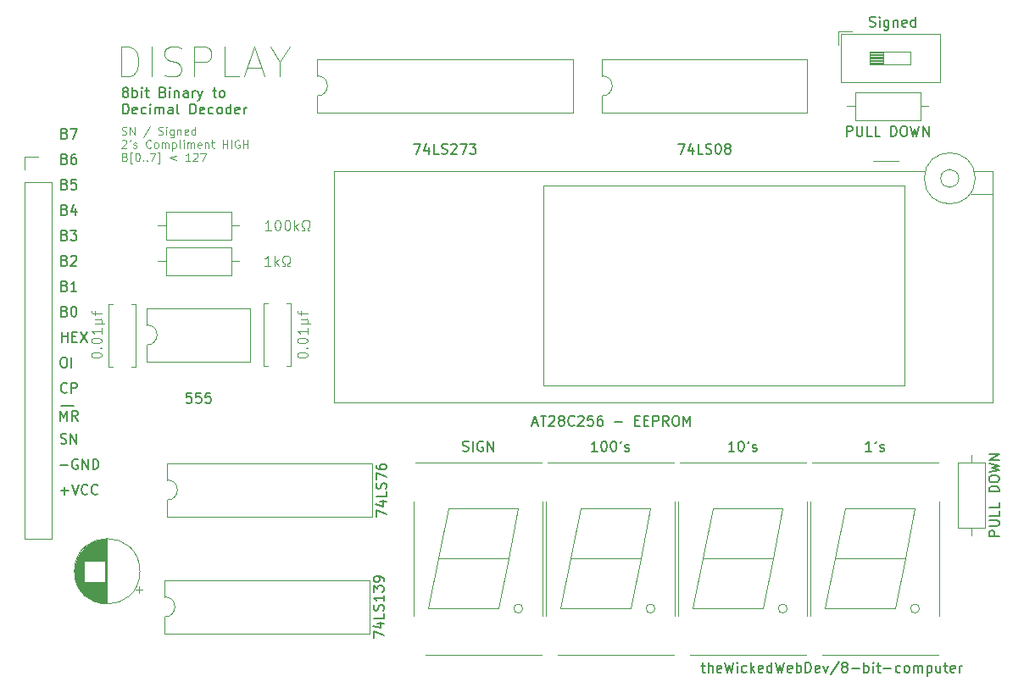
<source format=gbr>
%TF.GenerationSoftware,KiCad,Pcbnew,(5.1.10-1-10_14)*%
%TF.CreationDate,2021-07-31T23:03:57-04:00*%
%TF.ProjectId,DISPLAY,44495350-4c41-4592-9e6b-696361645f70,rev?*%
%TF.SameCoordinates,Original*%
%TF.FileFunction,Legend,Top*%
%TF.FilePolarity,Positive*%
%FSLAX46Y46*%
G04 Gerber Fmt 4.6, Leading zero omitted, Abs format (unit mm)*
G04 Created by KiCad (PCBNEW (5.1.10-1-10_14)) date 2021-07-31 23:03:57*
%MOMM*%
%LPD*%
G01*
G04 APERTURE LIST*
%ADD10C,0.150000*%
%ADD11C,0.100000*%
%ADD12C,0.120000*%
G04 APERTURE END LIST*
D10*
X167608761Y-20010380D02*
X167608761Y-19010380D01*
X167989714Y-19010380D01*
X168084952Y-19058000D01*
X168132571Y-19105619D01*
X168180190Y-19200857D01*
X168180190Y-19343714D01*
X168132571Y-19438952D01*
X168084952Y-19486571D01*
X167989714Y-19534190D01*
X167608761Y-19534190D01*
X168608761Y-19010380D02*
X168608761Y-19819904D01*
X168656380Y-19915142D01*
X168704000Y-19962761D01*
X168799238Y-20010380D01*
X168989714Y-20010380D01*
X169084952Y-19962761D01*
X169132571Y-19915142D01*
X169180190Y-19819904D01*
X169180190Y-19010380D01*
X170132571Y-20010380D02*
X169656380Y-20010380D01*
X169656380Y-19010380D01*
X170942095Y-20010380D02*
X170465904Y-20010380D01*
X170465904Y-19010380D01*
X172037333Y-20010380D02*
X172037333Y-19010380D01*
X172275428Y-19010380D01*
X172418285Y-19058000D01*
X172513523Y-19153238D01*
X172561142Y-19248476D01*
X172608761Y-19438952D01*
X172608761Y-19581809D01*
X172561142Y-19772285D01*
X172513523Y-19867523D01*
X172418285Y-19962761D01*
X172275428Y-20010380D01*
X172037333Y-20010380D01*
X173227809Y-19010380D02*
X173418285Y-19010380D01*
X173513523Y-19058000D01*
X173608761Y-19153238D01*
X173656380Y-19343714D01*
X173656380Y-19677047D01*
X173608761Y-19867523D01*
X173513523Y-19962761D01*
X173418285Y-20010380D01*
X173227809Y-20010380D01*
X173132571Y-19962761D01*
X173037333Y-19867523D01*
X172989714Y-19677047D01*
X172989714Y-19343714D01*
X173037333Y-19153238D01*
X173132571Y-19058000D01*
X173227809Y-19010380D01*
X173989714Y-19010380D02*
X174227809Y-20010380D01*
X174418285Y-19296095D01*
X174608761Y-20010380D01*
X174846857Y-19010380D01*
X175227809Y-20010380D02*
X175227809Y-19010380D01*
X175799238Y-20010380D01*
X175799238Y-19010380D01*
X89209714Y-40584380D02*
X89209714Y-39584380D01*
X89209714Y-40060571D02*
X89781142Y-40060571D01*
X89781142Y-40584380D02*
X89781142Y-39584380D01*
X90257333Y-40060571D02*
X90590666Y-40060571D01*
X90733523Y-40584380D02*
X90257333Y-40584380D01*
X90257333Y-39584380D01*
X90733523Y-39584380D01*
X91066857Y-39584380D02*
X91733523Y-40584380D01*
X91733523Y-39584380D02*
X91066857Y-40584380D01*
X182824380Y-59975238D02*
X181824380Y-59975238D01*
X181824380Y-59594285D01*
X181872000Y-59499047D01*
X181919619Y-59451428D01*
X182014857Y-59403809D01*
X182157714Y-59403809D01*
X182252952Y-59451428D01*
X182300571Y-59499047D01*
X182348190Y-59594285D01*
X182348190Y-59975238D01*
X181824380Y-58975238D02*
X182633904Y-58975238D01*
X182729142Y-58927619D01*
X182776761Y-58880000D01*
X182824380Y-58784761D01*
X182824380Y-58594285D01*
X182776761Y-58499047D01*
X182729142Y-58451428D01*
X182633904Y-58403809D01*
X181824380Y-58403809D01*
X182824380Y-57451428D02*
X182824380Y-57927619D01*
X181824380Y-57927619D01*
X182824380Y-56641904D02*
X182824380Y-57118095D01*
X181824380Y-57118095D01*
X182824380Y-55546666D02*
X181824380Y-55546666D01*
X181824380Y-55308571D01*
X181872000Y-55165714D01*
X181967238Y-55070476D01*
X182062476Y-55022857D01*
X182252952Y-54975238D01*
X182395809Y-54975238D01*
X182586285Y-55022857D01*
X182681523Y-55070476D01*
X182776761Y-55165714D01*
X182824380Y-55308571D01*
X182824380Y-55546666D01*
X181824380Y-54356190D02*
X181824380Y-54165714D01*
X181872000Y-54070476D01*
X181967238Y-53975238D01*
X182157714Y-53927619D01*
X182491047Y-53927619D01*
X182681523Y-53975238D01*
X182776761Y-54070476D01*
X182824380Y-54165714D01*
X182824380Y-54356190D01*
X182776761Y-54451428D01*
X182681523Y-54546666D01*
X182491047Y-54594285D01*
X182157714Y-54594285D01*
X181967238Y-54546666D01*
X181872000Y-54451428D01*
X181824380Y-54356190D01*
X181824380Y-53594285D02*
X182824380Y-53356190D01*
X182110095Y-53165714D01*
X182824380Y-52975238D01*
X181824380Y-52737142D01*
X182824380Y-52356190D02*
X181824380Y-52356190D01*
X182824380Y-51784761D01*
X181824380Y-51784761D01*
X169902476Y-9040761D02*
X170045333Y-9088380D01*
X170283428Y-9088380D01*
X170378666Y-9040761D01*
X170426285Y-8993142D01*
X170473904Y-8897904D01*
X170473904Y-8802666D01*
X170426285Y-8707428D01*
X170378666Y-8659809D01*
X170283428Y-8612190D01*
X170092952Y-8564571D01*
X169997714Y-8516952D01*
X169950095Y-8469333D01*
X169902476Y-8374095D01*
X169902476Y-8278857D01*
X169950095Y-8183619D01*
X169997714Y-8136000D01*
X170092952Y-8088380D01*
X170331047Y-8088380D01*
X170473904Y-8136000D01*
X170902476Y-9088380D02*
X170902476Y-8421714D01*
X170902476Y-8088380D02*
X170854857Y-8136000D01*
X170902476Y-8183619D01*
X170950095Y-8136000D01*
X170902476Y-8088380D01*
X170902476Y-8183619D01*
X171807238Y-8421714D02*
X171807238Y-9231238D01*
X171759619Y-9326476D01*
X171712000Y-9374095D01*
X171616761Y-9421714D01*
X171473904Y-9421714D01*
X171378666Y-9374095D01*
X171807238Y-9040761D02*
X171712000Y-9088380D01*
X171521523Y-9088380D01*
X171426285Y-9040761D01*
X171378666Y-8993142D01*
X171331047Y-8897904D01*
X171331047Y-8612190D01*
X171378666Y-8516952D01*
X171426285Y-8469333D01*
X171521523Y-8421714D01*
X171712000Y-8421714D01*
X171807238Y-8469333D01*
X172283428Y-8421714D02*
X172283428Y-9088380D01*
X172283428Y-8516952D02*
X172331047Y-8469333D01*
X172426285Y-8421714D01*
X172569142Y-8421714D01*
X172664380Y-8469333D01*
X172712000Y-8564571D01*
X172712000Y-9088380D01*
X173569142Y-9040761D02*
X173473904Y-9088380D01*
X173283428Y-9088380D01*
X173188190Y-9040761D01*
X173140571Y-8945523D01*
X173140571Y-8564571D01*
X173188190Y-8469333D01*
X173283428Y-8421714D01*
X173473904Y-8421714D01*
X173569142Y-8469333D01*
X173616761Y-8564571D01*
X173616761Y-8659809D01*
X173140571Y-8755047D01*
X174473904Y-9088380D02*
X174473904Y-8088380D01*
X174473904Y-9040761D02*
X174378666Y-9088380D01*
X174188190Y-9088380D01*
X174092952Y-9040761D01*
X174045333Y-8993142D01*
X173997714Y-8897904D01*
X173997714Y-8612190D01*
X174045333Y-8516952D01*
X174092952Y-8469333D01*
X174188190Y-8421714D01*
X174378666Y-8421714D01*
X174473904Y-8469333D01*
D11*
X95213380Y-19851809D02*
X95327666Y-19889904D01*
X95518142Y-19889904D01*
X95594333Y-19851809D01*
X95632428Y-19813714D01*
X95670523Y-19737523D01*
X95670523Y-19661333D01*
X95632428Y-19585142D01*
X95594333Y-19547047D01*
X95518142Y-19508952D01*
X95365761Y-19470857D01*
X95289571Y-19432761D01*
X95251476Y-19394666D01*
X95213380Y-19318476D01*
X95213380Y-19242285D01*
X95251476Y-19166095D01*
X95289571Y-19128000D01*
X95365761Y-19089904D01*
X95556238Y-19089904D01*
X95670523Y-19128000D01*
X96013380Y-19889904D02*
X96013380Y-19089904D01*
X96470523Y-19889904D01*
X96470523Y-19089904D01*
X98032428Y-19051809D02*
X97346714Y-20080380D01*
X98870523Y-19851809D02*
X98984809Y-19889904D01*
X99175285Y-19889904D01*
X99251476Y-19851809D01*
X99289571Y-19813714D01*
X99327666Y-19737523D01*
X99327666Y-19661333D01*
X99289571Y-19585142D01*
X99251476Y-19547047D01*
X99175285Y-19508952D01*
X99022904Y-19470857D01*
X98946714Y-19432761D01*
X98908619Y-19394666D01*
X98870523Y-19318476D01*
X98870523Y-19242285D01*
X98908619Y-19166095D01*
X98946714Y-19128000D01*
X99022904Y-19089904D01*
X99213380Y-19089904D01*
X99327666Y-19128000D01*
X99670523Y-19889904D02*
X99670523Y-19356571D01*
X99670523Y-19089904D02*
X99632428Y-19128000D01*
X99670523Y-19166095D01*
X99708619Y-19128000D01*
X99670523Y-19089904D01*
X99670523Y-19166095D01*
X100394333Y-19356571D02*
X100394333Y-20004190D01*
X100356238Y-20080380D01*
X100318142Y-20118476D01*
X100241952Y-20156571D01*
X100127666Y-20156571D01*
X100051476Y-20118476D01*
X100394333Y-19851809D02*
X100318142Y-19889904D01*
X100165761Y-19889904D01*
X100089571Y-19851809D01*
X100051476Y-19813714D01*
X100013380Y-19737523D01*
X100013380Y-19508952D01*
X100051476Y-19432761D01*
X100089571Y-19394666D01*
X100165761Y-19356571D01*
X100318142Y-19356571D01*
X100394333Y-19394666D01*
X100775285Y-19356571D02*
X100775285Y-19889904D01*
X100775285Y-19432761D02*
X100813380Y-19394666D01*
X100889571Y-19356571D01*
X101003857Y-19356571D01*
X101080047Y-19394666D01*
X101118142Y-19470857D01*
X101118142Y-19889904D01*
X101803857Y-19851809D02*
X101727666Y-19889904D01*
X101575285Y-19889904D01*
X101499095Y-19851809D01*
X101461000Y-19775619D01*
X101461000Y-19470857D01*
X101499095Y-19394666D01*
X101575285Y-19356571D01*
X101727666Y-19356571D01*
X101803857Y-19394666D01*
X101841952Y-19470857D01*
X101841952Y-19547047D01*
X101461000Y-19623238D01*
X102527666Y-19889904D02*
X102527666Y-19089904D01*
X102527666Y-19851809D02*
X102451476Y-19889904D01*
X102299095Y-19889904D01*
X102222904Y-19851809D01*
X102184809Y-19813714D01*
X102146714Y-19737523D01*
X102146714Y-19508952D01*
X102184809Y-19432761D01*
X102222904Y-19394666D01*
X102299095Y-19356571D01*
X102451476Y-19356571D01*
X102527666Y-19394666D01*
X95213380Y-20466095D02*
X95251476Y-20428000D01*
X95327666Y-20389904D01*
X95518142Y-20389904D01*
X95594333Y-20428000D01*
X95632428Y-20466095D01*
X95670523Y-20542285D01*
X95670523Y-20618476D01*
X95632428Y-20732761D01*
X95175285Y-21189904D01*
X95670523Y-21189904D01*
X96051476Y-20389904D02*
X96051476Y-20428000D01*
X96013380Y-20504190D01*
X95975285Y-20542285D01*
X96356238Y-21151809D02*
X96432428Y-21189904D01*
X96584809Y-21189904D01*
X96661000Y-21151809D01*
X96699095Y-21075619D01*
X96699095Y-21037523D01*
X96661000Y-20961333D01*
X96584809Y-20923238D01*
X96470523Y-20923238D01*
X96394333Y-20885142D01*
X96356238Y-20808952D01*
X96356238Y-20770857D01*
X96394333Y-20694666D01*
X96470523Y-20656571D01*
X96584809Y-20656571D01*
X96661000Y-20694666D01*
X98108619Y-21113714D02*
X98070523Y-21151809D01*
X97956238Y-21189904D01*
X97880047Y-21189904D01*
X97765761Y-21151809D01*
X97689571Y-21075619D01*
X97651476Y-20999428D01*
X97613380Y-20847047D01*
X97613380Y-20732761D01*
X97651476Y-20580380D01*
X97689571Y-20504190D01*
X97765761Y-20428000D01*
X97880047Y-20389904D01*
X97956238Y-20389904D01*
X98070523Y-20428000D01*
X98108619Y-20466095D01*
X98565761Y-21189904D02*
X98489571Y-21151809D01*
X98451476Y-21113714D01*
X98413380Y-21037523D01*
X98413380Y-20808952D01*
X98451476Y-20732761D01*
X98489571Y-20694666D01*
X98565761Y-20656571D01*
X98680047Y-20656571D01*
X98756238Y-20694666D01*
X98794333Y-20732761D01*
X98832428Y-20808952D01*
X98832428Y-21037523D01*
X98794333Y-21113714D01*
X98756238Y-21151809D01*
X98680047Y-21189904D01*
X98565761Y-21189904D01*
X99175285Y-21189904D02*
X99175285Y-20656571D01*
X99175285Y-20732761D02*
X99213380Y-20694666D01*
X99289571Y-20656571D01*
X99403857Y-20656571D01*
X99480047Y-20694666D01*
X99518142Y-20770857D01*
X99518142Y-21189904D01*
X99518142Y-20770857D02*
X99556238Y-20694666D01*
X99632428Y-20656571D01*
X99746714Y-20656571D01*
X99822904Y-20694666D01*
X99861000Y-20770857D01*
X99861000Y-21189904D01*
X100241952Y-20656571D02*
X100241952Y-21456571D01*
X100241952Y-20694666D02*
X100318142Y-20656571D01*
X100470523Y-20656571D01*
X100546714Y-20694666D01*
X100584809Y-20732761D01*
X100622904Y-20808952D01*
X100622904Y-21037523D01*
X100584809Y-21113714D01*
X100546714Y-21151809D01*
X100470523Y-21189904D01*
X100318142Y-21189904D01*
X100241952Y-21151809D01*
X101080047Y-21189904D02*
X101003857Y-21151809D01*
X100965761Y-21075619D01*
X100965761Y-20389904D01*
X101384809Y-21189904D02*
X101384809Y-20656571D01*
X101384809Y-20389904D02*
X101346714Y-20428000D01*
X101384809Y-20466095D01*
X101422904Y-20428000D01*
X101384809Y-20389904D01*
X101384809Y-20466095D01*
X101765761Y-21189904D02*
X101765761Y-20656571D01*
X101765761Y-20732761D02*
X101803857Y-20694666D01*
X101880047Y-20656571D01*
X101994333Y-20656571D01*
X102070523Y-20694666D01*
X102108619Y-20770857D01*
X102108619Y-21189904D01*
X102108619Y-20770857D02*
X102146714Y-20694666D01*
X102222904Y-20656571D01*
X102337190Y-20656571D01*
X102413380Y-20694666D01*
X102451476Y-20770857D01*
X102451476Y-21189904D01*
X103137190Y-21151809D02*
X103061000Y-21189904D01*
X102908619Y-21189904D01*
X102832428Y-21151809D01*
X102794333Y-21075619D01*
X102794333Y-20770857D01*
X102832428Y-20694666D01*
X102908619Y-20656571D01*
X103061000Y-20656571D01*
X103137190Y-20694666D01*
X103175285Y-20770857D01*
X103175285Y-20847047D01*
X102794333Y-20923238D01*
X103518142Y-20656571D02*
X103518142Y-21189904D01*
X103518142Y-20732761D02*
X103556238Y-20694666D01*
X103632428Y-20656571D01*
X103746714Y-20656571D01*
X103822904Y-20694666D01*
X103861000Y-20770857D01*
X103861000Y-21189904D01*
X104127666Y-20656571D02*
X104432428Y-20656571D01*
X104241952Y-20389904D02*
X104241952Y-21075619D01*
X104280047Y-21151809D01*
X104356238Y-21189904D01*
X104432428Y-21189904D01*
X105308619Y-21189904D02*
X105308619Y-20389904D01*
X105308619Y-20770857D02*
X105765761Y-20770857D01*
X105765761Y-21189904D02*
X105765761Y-20389904D01*
X106146714Y-21189904D02*
X106146714Y-20389904D01*
X106946714Y-20428000D02*
X106870523Y-20389904D01*
X106756238Y-20389904D01*
X106641952Y-20428000D01*
X106565761Y-20504190D01*
X106527666Y-20580380D01*
X106489571Y-20732761D01*
X106489571Y-20847047D01*
X106527666Y-20999428D01*
X106565761Y-21075619D01*
X106641952Y-21151809D01*
X106756238Y-21189904D01*
X106832428Y-21189904D01*
X106946714Y-21151809D01*
X106984809Y-21113714D01*
X106984809Y-20847047D01*
X106832428Y-20847047D01*
X107327666Y-21189904D02*
X107327666Y-20389904D01*
X107327666Y-20770857D02*
X107784809Y-20770857D01*
X107784809Y-21189904D02*
X107784809Y-20389904D01*
X95518142Y-22070857D02*
X95632428Y-22108952D01*
X95670523Y-22147047D01*
X95708619Y-22223238D01*
X95708619Y-22337523D01*
X95670523Y-22413714D01*
X95632428Y-22451809D01*
X95556238Y-22489904D01*
X95251476Y-22489904D01*
X95251476Y-21689904D01*
X95518142Y-21689904D01*
X95594333Y-21728000D01*
X95632428Y-21766095D01*
X95670523Y-21842285D01*
X95670523Y-21918476D01*
X95632428Y-21994666D01*
X95594333Y-22032761D01*
X95518142Y-22070857D01*
X95251476Y-22070857D01*
X96280047Y-22756571D02*
X96089571Y-22756571D01*
X96089571Y-21613714D01*
X96280047Y-21613714D01*
X96737190Y-21689904D02*
X96813380Y-21689904D01*
X96889571Y-21728000D01*
X96927666Y-21766095D01*
X96965761Y-21842285D01*
X97003857Y-21994666D01*
X97003857Y-22185142D01*
X96965761Y-22337523D01*
X96927666Y-22413714D01*
X96889571Y-22451809D01*
X96813380Y-22489904D01*
X96737190Y-22489904D01*
X96661000Y-22451809D01*
X96622904Y-22413714D01*
X96584809Y-22337523D01*
X96546714Y-22185142D01*
X96546714Y-21994666D01*
X96584809Y-21842285D01*
X96622904Y-21766095D01*
X96661000Y-21728000D01*
X96737190Y-21689904D01*
X97346714Y-22413714D02*
X97384809Y-22451809D01*
X97346714Y-22489904D01*
X97308619Y-22451809D01*
X97346714Y-22413714D01*
X97346714Y-22489904D01*
X97727666Y-22413714D02*
X97765761Y-22451809D01*
X97727666Y-22489904D01*
X97689571Y-22451809D01*
X97727666Y-22413714D01*
X97727666Y-22489904D01*
X98032428Y-21689904D02*
X98565761Y-21689904D01*
X98222904Y-22489904D01*
X98794333Y-22756571D02*
X98984809Y-22756571D01*
X98984809Y-21613714D01*
X98794333Y-21613714D01*
X100622904Y-21956571D02*
X100013380Y-22185142D01*
X100622904Y-22413714D01*
X102032428Y-22489904D02*
X101575285Y-22489904D01*
X101803857Y-22489904D02*
X101803857Y-21689904D01*
X101727666Y-21804190D01*
X101651476Y-21880380D01*
X101575285Y-21918476D01*
X102337190Y-21766095D02*
X102375285Y-21728000D01*
X102451476Y-21689904D01*
X102641952Y-21689904D01*
X102718142Y-21728000D01*
X102756238Y-21766095D01*
X102794333Y-21842285D01*
X102794333Y-21918476D01*
X102756238Y-22032761D01*
X102299095Y-22489904D01*
X102794333Y-22489904D01*
X103061000Y-21689904D02*
X103594333Y-21689904D01*
X103251476Y-22489904D01*
D10*
X89154000Y-46990000D02*
X90424000Y-46990000D01*
D11*
X92162380Y-41925619D02*
X92162380Y-41830380D01*
X92210000Y-41735142D01*
X92257619Y-41687523D01*
X92352857Y-41639904D01*
X92543333Y-41592285D01*
X92781428Y-41592285D01*
X92971904Y-41639904D01*
X93067142Y-41687523D01*
X93114761Y-41735142D01*
X93162380Y-41830380D01*
X93162380Y-41925619D01*
X93114761Y-42020857D01*
X93067142Y-42068476D01*
X92971904Y-42116095D01*
X92781428Y-42163714D01*
X92543333Y-42163714D01*
X92352857Y-42116095D01*
X92257619Y-42068476D01*
X92210000Y-42020857D01*
X92162380Y-41925619D01*
X93067142Y-41163714D02*
X93114761Y-41116095D01*
X93162380Y-41163714D01*
X93114761Y-41211333D01*
X93067142Y-41163714D01*
X93162380Y-41163714D01*
X92162380Y-40497047D02*
X92162380Y-40401809D01*
X92210000Y-40306571D01*
X92257619Y-40258952D01*
X92352857Y-40211333D01*
X92543333Y-40163714D01*
X92781428Y-40163714D01*
X92971904Y-40211333D01*
X93067142Y-40258952D01*
X93114761Y-40306571D01*
X93162380Y-40401809D01*
X93162380Y-40497047D01*
X93114761Y-40592285D01*
X93067142Y-40639904D01*
X92971904Y-40687523D01*
X92781428Y-40735142D01*
X92543333Y-40735142D01*
X92352857Y-40687523D01*
X92257619Y-40639904D01*
X92210000Y-40592285D01*
X92162380Y-40497047D01*
X93162380Y-39211333D02*
X93162380Y-39782761D01*
X93162380Y-39497047D02*
X92162380Y-39497047D01*
X92305238Y-39592285D01*
X92400476Y-39687523D01*
X92448095Y-39782761D01*
X92495714Y-38782761D02*
X93495714Y-38782761D01*
X93019523Y-38306571D02*
X93114761Y-38258952D01*
X93162380Y-38163714D01*
X93019523Y-38782761D02*
X93114761Y-38735142D01*
X93162380Y-38639904D01*
X93162380Y-38449428D01*
X93114761Y-38354190D01*
X93019523Y-38306571D01*
X92495714Y-38306571D01*
X92495714Y-37878000D02*
X92495714Y-37497047D01*
X93162380Y-37735142D02*
X92305238Y-37735142D01*
X92210000Y-37687523D01*
X92162380Y-37592285D01*
X92162380Y-37497047D01*
X112736380Y-41925619D02*
X112736380Y-41830380D01*
X112784000Y-41735142D01*
X112831619Y-41687523D01*
X112926857Y-41639904D01*
X113117333Y-41592285D01*
X113355428Y-41592285D01*
X113545904Y-41639904D01*
X113641142Y-41687523D01*
X113688761Y-41735142D01*
X113736380Y-41830380D01*
X113736380Y-41925619D01*
X113688761Y-42020857D01*
X113641142Y-42068476D01*
X113545904Y-42116095D01*
X113355428Y-42163714D01*
X113117333Y-42163714D01*
X112926857Y-42116095D01*
X112831619Y-42068476D01*
X112784000Y-42020857D01*
X112736380Y-41925619D01*
X113641142Y-41163714D02*
X113688761Y-41116095D01*
X113736380Y-41163714D01*
X113688761Y-41211333D01*
X113641142Y-41163714D01*
X113736380Y-41163714D01*
X112736380Y-40497047D02*
X112736380Y-40401809D01*
X112784000Y-40306571D01*
X112831619Y-40258952D01*
X112926857Y-40211333D01*
X113117333Y-40163714D01*
X113355428Y-40163714D01*
X113545904Y-40211333D01*
X113641142Y-40258952D01*
X113688761Y-40306571D01*
X113736380Y-40401809D01*
X113736380Y-40497047D01*
X113688761Y-40592285D01*
X113641142Y-40639904D01*
X113545904Y-40687523D01*
X113355428Y-40735142D01*
X113117333Y-40735142D01*
X112926857Y-40687523D01*
X112831619Y-40639904D01*
X112784000Y-40592285D01*
X112736380Y-40497047D01*
X113736380Y-39211333D02*
X113736380Y-39782761D01*
X113736380Y-39497047D02*
X112736380Y-39497047D01*
X112879238Y-39592285D01*
X112974476Y-39687523D01*
X113022095Y-39782761D01*
X113069714Y-38782761D02*
X114069714Y-38782761D01*
X113593523Y-38306571D02*
X113688761Y-38258952D01*
X113736380Y-38163714D01*
X113593523Y-38782761D02*
X113688761Y-38735142D01*
X113736380Y-38639904D01*
X113736380Y-38449428D01*
X113688761Y-38354190D01*
X113593523Y-38306571D01*
X113069714Y-38306571D01*
X113069714Y-37878000D02*
X113069714Y-37497047D01*
X113736380Y-37735142D02*
X112879238Y-37735142D01*
X112784000Y-37687523D01*
X112736380Y-37592285D01*
X112736380Y-37497047D01*
X110053523Y-32964380D02*
X109482095Y-32964380D01*
X109767809Y-32964380D02*
X109767809Y-31964380D01*
X109672571Y-32107238D01*
X109577333Y-32202476D01*
X109482095Y-32250095D01*
X110482095Y-32964380D02*
X110482095Y-31964380D01*
X110577333Y-32583428D02*
X110863047Y-32964380D01*
X110863047Y-32297714D02*
X110482095Y-32678666D01*
X111244000Y-32964380D02*
X111482095Y-32964380D01*
X111482095Y-32773904D01*
X111386857Y-32726285D01*
X111291619Y-32631047D01*
X111244000Y-32488190D01*
X111244000Y-32250095D01*
X111291619Y-32107238D01*
X111386857Y-32012000D01*
X111529714Y-31964380D01*
X111720190Y-31964380D01*
X111863047Y-32012000D01*
X111958285Y-32107238D01*
X112005904Y-32250095D01*
X112005904Y-32488190D01*
X111958285Y-32631047D01*
X111863047Y-32726285D01*
X111767809Y-32773904D01*
X111767809Y-32964380D01*
X112005904Y-32964380D01*
X110117142Y-29408380D02*
X109545714Y-29408380D01*
X109831428Y-29408380D02*
X109831428Y-28408380D01*
X109736190Y-28551238D01*
X109640952Y-28646476D01*
X109545714Y-28694095D01*
X110736190Y-28408380D02*
X110831428Y-28408380D01*
X110926666Y-28456000D01*
X110974285Y-28503619D01*
X111021904Y-28598857D01*
X111069523Y-28789333D01*
X111069523Y-29027428D01*
X111021904Y-29217904D01*
X110974285Y-29313142D01*
X110926666Y-29360761D01*
X110831428Y-29408380D01*
X110736190Y-29408380D01*
X110640952Y-29360761D01*
X110593333Y-29313142D01*
X110545714Y-29217904D01*
X110498095Y-29027428D01*
X110498095Y-28789333D01*
X110545714Y-28598857D01*
X110593333Y-28503619D01*
X110640952Y-28456000D01*
X110736190Y-28408380D01*
X111688571Y-28408380D02*
X111783809Y-28408380D01*
X111879047Y-28456000D01*
X111926666Y-28503619D01*
X111974285Y-28598857D01*
X112021904Y-28789333D01*
X112021904Y-29027428D01*
X111974285Y-29217904D01*
X111926666Y-29313142D01*
X111879047Y-29360761D01*
X111783809Y-29408380D01*
X111688571Y-29408380D01*
X111593333Y-29360761D01*
X111545714Y-29313142D01*
X111498095Y-29217904D01*
X111450476Y-29027428D01*
X111450476Y-28789333D01*
X111498095Y-28598857D01*
X111545714Y-28503619D01*
X111593333Y-28456000D01*
X111688571Y-28408380D01*
X112450476Y-29408380D02*
X112450476Y-28408380D01*
X112545714Y-29027428D02*
X112831428Y-29408380D01*
X112831428Y-28741714D02*
X112450476Y-29122666D01*
X113212380Y-29408380D02*
X113450476Y-29408380D01*
X113450476Y-29217904D01*
X113355238Y-29170285D01*
X113260000Y-29075047D01*
X113212380Y-28932190D01*
X113212380Y-28694095D01*
X113260000Y-28551238D01*
X113355238Y-28456000D01*
X113498095Y-28408380D01*
X113688571Y-28408380D01*
X113831428Y-28456000D01*
X113926666Y-28551238D01*
X113974285Y-28694095D01*
X113974285Y-28932190D01*
X113926666Y-29075047D01*
X113831428Y-29170285D01*
X113736190Y-29217904D01*
X113736190Y-29408380D01*
X113974285Y-29408380D01*
D10*
X89106476Y-50696761D02*
X89249333Y-50744380D01*
X89487428Y-50744380D01*
X89582666Y-50696761D01*
X89630285Y-50649142D01*
X89677904Y-50553904D01*
X89677904Y-50458666D01*
X89630285Y-50363428D01*
X89582666Y-50315809D01*
X89487428Y-50268190D01*
X89296952Y-50220571D01*
X89201714Y-50172952D01*
X89154095Y-50125333D01*
X89106476Y-50030095D01*
X89106476Y-49934857D01*
X89154095Y-49839619D01*
X89201714Y-49792000D01*
X89296952Y-49744380D01*
X89535047Y-49744380D01*
X89677904Y-49792000D01*
X90106476Y-50744380D02*
X90106476Y-49744380D01*
X90677904Y-50744380D01*
X90677904Y-49744380D01*
X150773142Y-20788380D02*
X151439809Y-20788380D01*
X151011238Y-21788380D01*
X152249333Y-21121714D02*
X152249333Y-21788380D01*
X152011238Y-20740761D02*
X151773142Y-21455047D01*
X152392190Y-21455047D01*
X153249333Y-21788380D02*
X152773142Y-21788380D01*
X152773142Y-20788380D01*
X153535047Y-21740761D02*
X153677904Y-21788380D01*
X153916000Y-21788380D01*
X154011238Y-21740761D01*
X154058857Y-21693142D01*
X154106476Y-21597904D01*
X154106476Y-21502666D01*
X154058857Y-21407428D01*
X154011238Y-21359809D01*
X153916000Y-21312190D01*
X153725523Y-21264571D01*
X153630285Y-21216952D01*
X153582666Y-21169333D01*
X153535047Y-21074095D01*
X153535047Y-20978857D01*
X153582666Y-20883619D01*
X153630285Y-20836000D01*
X153725523Y-20788380D01*
X153963619Y-20788380D01*
X154106476Y-20836000D01*
X154725523Y-20788380D02*
X154820761Y-20788380D01*
X154916000Y-20836000D01*
X154963619Y-20883619D01*
X155011238Y-20978857D01*
X155058857Y-21169333D01*
X155058857Y-21407428D01*
X155011238Y-21597904D01*
X154963619Y-21693142D01*
X154916000Y-21740761D01*
X154820761Y-21788380D01*
X154725523Y-21788380D01*
X154630285Y-21740761D01*
X154582666Y-21693142D01*
X154535047Y-21597904D01*
X154487428Y-21407428D01*
X154487428Y-21169333D01*
X154535047Y-20978857D01*
X154582666Y-20883619D01*
X154630285Y-20836000D01*
X154725523Y-20788380D01*
X155630285Y-21216952D02*
X155535047Y-21169333D01*
X155487428Y-21121714D01*
X155439809Y-21026476D01*
X155439809Y-20978857D01*
X155487428Y-20883619D01*
X155535047Y-20836000D01*
X155630285Y-20788380D01*
X155820761Y-20788380D01*
X155916000Y-20836000D01*
X155963619Y-20883619D01*
X156011238Y-20978857D01*
X156011238Y-21026476D01*
X155963619Y-21121714D01*
X155916000Y-21169333D01*
X155820761Y-21216952D01*
X155630285Y-21216952D01*
X155535047Y-21264571D01*
X155487428Y-21312190D01*
X155439809Y-21407428D01*
X155439809Y-21597904D01*
X155487428Y-21693142D01*
X155535047Y-21740761D01*
X155630285Y-21788380D01*
X155820761Y-21788380D01*
X155916000Y-21740761D01*
X155963619Y-21693142D01*
X156011238Y-21597904D01*
X156011238Y-21407428D01*
X155963619Y-21312190D01*
X155916000Y-21264571D01*
X155820761Y-21216952D01*
X124388952Y-20788380D02*
X125055619Y-20788380D01*
X124627047Y-21788380D01*
X125865142Y-21121714D02*
X125865142Y-21788380D01*
X125627047Y-20740761D02*
X125388952Y-21455047D01*
X126008000Y-21455047D01*
X126865142Y-21788380D02*
X126388952Y-21788380D01*
X126388952Y-20788380D01*
X127150857Y-21740761D02*
X127293714Y-21788380D01*
X127531809Y-21788380D01*
X127627047Y-21740761D01*
X127674666Y-21693142D01*
X127722285Y-21597904D01*
X127722285Y-21502666D01*
X127674666Y-21407428D01*
X127627047Y-21359809D01*
X127531809Y-21312190D01*
X127341333Y-21264571D01*
X127246095Y-21216952D01*
X127198476Y-21169333D01*
X127150857Y-21074095D01*
X127150857Y-20978857D01*
X127198476Y-20883619D01*
X127246095Y-20836000D01*
X127341333Y-20788380D01*
X127579428Y-20788380D01*
X127722285Y-20836000D01*
X128103238Y-20883619D02*
X128150857Y-20836000D01*
X128246095Y-20788380D01*
X128484190Y-20788380D01*
X128579428Y-20836000D01*
X128627047Y-20883619D01*
X128674666Y-20978857D01*
X128674666Y-21074095D01*
X128627047Y-21216952D01*
X128055619Y-21788380D01*
X128674666Y-21788380D01*
X129008000Y-20788380D02*
X129674666Y-20788380D01*
X129246095Y-21788380D01*
X129960380Y-20788380D02*
X130579428Y-20788380D01*
X130246095Y-21169333D01*
X130388952Y-21169333D01*
X130484190Y-21216952D01*
X130531809Y-21264571D01*
X130579428Y-21359809D01*
X130579428Y-21597904D01*
X130531809Y-21693142D01*
X130484190Y-21740761D01*
X130388952Y-21788380D01*
X130103238Y-21788380D01*
X130008000Y-21740761D01*
X129960380Y-21693142D01*
X89725523Y-45569142D02*
X89677904Y-45616761D01*
X89535047Y-45664380D01*
X89439809Y-45664380D01*
X89296952Y-45616761D01*
X89201714Y-45521523D01*
X89154095Y-45426285D01*
X89106476Y-45235809D01*
X89106476Y-45092952D01*
X89154095Y-44902476D01*
X89201714Y-44807238D01*
X89296952Y-44712000D01*
X89439809Y-44664380D01*
X89535047Y-44664380D01*
X89677904Y-44712000D01*
X89725523Y-44759619D01*
X90154095Y-45664380D02*
X90154095Y-44664380D01*
X90535047Y-44664380D01*
X90630285Y-44712000D01*
X90677904Y-44759619D01*
X90725523Y-44854857D01*
X90725523Y-44997714D01*
X90677904Y-45092952D01*
X90630285Y-45140571D01*
X90535047Y-45188190D01*
X90154095Y-45188190D01*
X89328666Y-42124380D02*
X89519142Y-42124380D01*
X89614380Y-42172000D01*
X89709619Y-42267238D01*
X89757238Y-42457714D01*
X89757238Y-42791047D01*
X89709619Y-42981523D01*
X89614380Y-43076761D01*
X89519142Y-43124380D01*
X89328666Y-43124380D01*
X89233428Y-43076761D01*
X89138190Y-42981523D01*
X89090571Y-42791047D01*
X89090571Y-42457714D01*
X89138190Y-42267238D01*
X89233428Y-42172000D01*
X89328666Y-42124380D01*
X90185809Y-43124380D02*
X90185809Y-42124380D01*
X89082666Y-48458380D02*
X89082666Y-47458380D01*
X89416000Y-48172666D01*
X89749333Y-47458380D01*
X89749333Y-48458380D01*
X90796952Y-48458380D02*
X90463619Y-47982190D01*
X90225523Y-48458380D02*
X90225523Y-47458380D01*
X90606476Y-47458380D01*
X90701714Y-47506000D01*
X90749333Y-47553619D01*
X90796952Y-47648857D01*
X90796952Y-47791714D01*
X90749333Y-47886952D01*
X90701714Y-47934571D01*
X90606476Y-47982190D01*
X90225523Y-47982190D01*
X89511238Y-37520571D02*
X89654095Y-37568190D01*
X89701714Y-37615809D01*
X89749333Y-37711047D01*
X89749333Y-37853904D01*
X89701714Y-37949142D01*
X89654095Y-37996761D01*
X89558857Y-38044380D01*
X89177904Y-38044380D01*
X89177904Y-37044380D01*
X89511238Y-37044380D01*
X89606476Y-37092000D01*
X89654095Y-37139619D01*
X89701714Y-37234857D01*
X89701714Y-37330095D01*
X89654095Y-37425333D01*
X89606476Y-37472952D01*
X89511238Y-37520571D01*
X89177904Y-37520571D01*
X90368380Y-37044380D02*
X90463619Y-37044380D01*
X90558857Y-37092000D01*
X90606476Y-37139619D01*
X90654095Y-37234857D01*
X90701714Y-37425333D01*
X90701714Y-37663428D01*
X90654095Y-37853904D01*
X90606476Y-37949142D01*
X90558857Y-37996761D01*
X90463619Y-38044380D01*
X90368380Y-38044380D01*
X90273142Y-37996761D01*
X90225523Y-37949142D01*
X90177904Y-37853904D01*
X90130285Y-37663428D01*
X90130285Y-37425333D01*
X90177904Y-37234857D01*
X90225523Y-37139619D01*
X90273142Y-37092000D01*
X90368380Y-37044380D01*
X89511238Y-34980571D02*
X89654095Y-35028190D01*
X89701714Y-35075809D01*
X89749333Y-35171047D01*
X89749333Y-35313904D01*
X89701714Y-35409142D01*
X89654095Y-35456761D01*
X89558857Y-35504380D01*
X89177904Y-35504380D01*
X89177904Y-34504380D01*
X89511238Y-34504380D01*
X89606476Y-34552000D01*
X89654095Y-34599619D01*
X89701714Y-34694857D01*
X89701714Y-34790095D01*
X89654095Y-34885333D01*
X89606476Y-34932952D01*
X89511238Y-34980571D01*
X89177904Y-34980571D01*
X90701714Y-35504380D02*
X90130285Y-35504380D01*
X90416000Y-35504380D02*
X90416000Y-34504380D01*
X90320761Y-34647238D01*
X90225523Y-34742476D01*
X90130285Y-34790095D01*
X89511238Y-32440571D02*
X89654095Y-32488190D01*
X89701714Y-32535809D01*
X89749333Y-32631047D01*
X89749333Y-32773904D01*
X89701714Y-32869142D01*
X89654095Y-32916761D01*
X89558857Y-32964380D01*
X89177904Y-32964380D01*
X89177904Y-31964380D01*
X89511238Y-31964380D01*
X89606476Y-32012000D01*
X89654095Y-32059619D01*
X89701714Y-32154857D01*
X89701714Y-32250095D01*
X89654095Y-32345333D01*
X89606476Y-32392952D01*
X89511238Y-32440571D01*
X89177904Y-32440571D01*
X90130285Y-32059619D02*
X90177904Y-32012000D01*
X90273142Y-31964380D01*
X90511238Y-31964380D01*
X90606476Y-32012000D01*
X90654095Y-32059619D01*
X90701714Y-32154857D01*
X90701714Y-32250095D01*
X90654095Y-32392952D01*
X90082666Y-32964380D01*
X90701714Y-32964380D01*
X89511238Y-29900571D02*
X89654095Y-29948190D01*
X89701714Y-29995809D01*
X89749333Y-30091047D01*
X89749333Y-30233904D01*
X89701714Y-30329142D01*
X89654095Y-30376761D01*
X89558857Y-30424380D01*
X89177904Y-30424380D01*
X89177904Y-29424380D01*
X89511238Y-29424380D01*
X89606476Y-29472000D01*
X89654095Y-29519619D01*
X89701714Y-29614857D01*
X89701714Y-29710095D01*
X89654095Y-29805333D01*
X89606476Y-29852952D01*
X89511238Y-29900571D01*
X89177904Y-29900571D01*
X90082666Y-29424380D02*
X90701714Y-29424380D01*
X90368380Y-29805333D01*
X90511238Y-29805333D01*
X90606476Y-29852952D01*
X90654095Y-29900571D01*
X90701714Y-29995809D01*
X90701714Y-30233904D01*
X90654095Y-30329142D01*
X90606476Y-30376761D01*
X90511238Y-30424380D01*
X90225523Y-30424380D01*
X90130285Y-30376761D01*
X90082666Y-30329142D01*
X89511238Y-27360571D02*
X89654095Y-27408190D01*
X89701714Y-27455809D01*
X89749333Y-27551047D01*
X89749333Y-27693904D01*
X89701714Y-27789142D01*
X89654095Y-27836761D01*
X89558857Y-27884380D01*
X89177904Y-27884380D01*
X89177904Y-26884380D01*
X89511238Y-26884380D01*
X89606476Y-26932000D01*
X89654095Y-26979619D01*
X89701714Y-27074857D01*
X89701714Y-27170095D01*
X89654095Y-27265333D01*
X89606476Y-27312952D01*
X89511238Y-27360571D01*
X89177904Y-27360571D01*
X90606476Y-27217714D02*
X90606476Y-27884380D01*
X90368380Y-26836761D02*
X90130285Y-27551047D01*
X90749333Y-27551047D01*
X89511238Y-24820571D02*
X89654095Y-24868190D01*
X89701714Y-24915809D01*
X89749333Y-25011047D01*
X89749333Y-25153904D01*
X89701714Y-25249142D01*
X89654095Y-25296761D01*
X89558857Y-25344380D01*
X89177904Y-25344380D01*
X89177904Y-24344380D01*
X89511238Y-24344380D01*
X89606476Y-24392000D01*
X89654095Y-24439619D01*
X89701714Y-24534857D01*
X89701714Y-24630095D01*
X89654095Y-24725333D01*
X89606476Y-24772952D01*
X89511238Y-24820571D01*
X89177904Y-24820571D01*
X90654095Y-24344380D02*
X90177904Y-24344380D01*
X90130285Y-24820571D01*
X90177904Y-24772952D01*
X90273142Y-24725333D01*
X90511238Y-24725333D01*
X90606476Y-24772952D01*
X90654095Y-24820571D01*
X90701714Y-24915809D01*
X90701714Y-25153904D01*
X90654095Y-25249142D01*
X90606476Y-25296761D01*
X90511238Y-25344380D01*
X90273142Y-25344380D01*
X90177904Y-25296761D01*
X90130285Y-25249142D01*
X89511238Y-22280571D02*
X89654095Y-22328190D01*
X89701714Y-22375809D01*
X89749333Y-22471047D01*
X89749333Y-22613904D01*
X89701714Y-22709142D01*
X89654095Y-22756761D01*
X89558857Y-22804380D01*
X89177904Y-22804380D01*
X89177904Y-21804380D01*
X89511238Y-21804380D01*
X89606476Y-21852000D01*
X89654095Y-21899619D01*
X89701714Y-21994857D01*
X89701714Y-22090095D01*
X89654095Y-22185333D01*
X89606476Y-22232952D01*
X89511238Y-22280571D01*
X89177904Y-22280571D01*
X90606476Y-21804380D02*
X90416000Y-21804380D01*
X90320761Y-21852000D01*
X90273142Y-21899619D01*
X90177904Y-22042476D01*
X90130285Y-22232952D01*
X90130285Y-22613904D01*
X90177904Y-22709142D01*
X90225523Y-22756761D01*
X90320761Y-22804380D01*
X90511238Y-22804380D01*
X90606476Y-22756761D01*
X90654095Y-22709142D01*
X90701714Y-22613904D01*
X90701714Y-22375809D01*
X90654095Y-22280571D01*
X90606476Y-22232952D01*
X90511238Y-22185333D01*
X90320761Y-22185333D01*
X90225523Y-22232952D01*
X90177904Y-22280571D01*
X90130285Y-22375809D01*
X89511238Y-19740571D02*
X89654095Y-19788190D01*
X89701714Y-19835809D01*
X89749333Y-19931047D01*
X89749333Y-20073904D01*
X89701714Y-20169142D01*
X89654095Y-20216761D01*
X89558857Y-20264380D01*
X89177904Y-20264380D01*
X89177904Y-19264380D01*
X89511238Y-19264380D01*
X89606476Y-19312000D01*
X89654095Y-19359619D01*
X89701714Y-19454857D01*
X89701714Y-19550095D01*
X89654095Y-19645333D01*
X89606476Y-19692952D01*
X89511238Y-19740571D01*
X89177904Y-19740571D01*
X90082666Y-19264380D02*
X90749333Y-19264380D01*
X90320761Y-20264380D01*
X102155714Y-45680380D02*
X101679523Y-45680380D01*
X101631904Y-46156571D01*
X101679523Y-46108952D01*
X101774761Y-46061333D01*
X102012857Y-46061333D01*
X102108095Y-46108952D01*
X102155714Y-46156571D01*
X102203333Y-46251809D01*
X102203333Y-46489904D01*
X102155714Y-46585142D01*
X102108095Y-46632761D01*
X102012857Y-46680380D01*
X101774761Y-46680380D01*
X101679523Y-46632761D01*
X101631904Y-46585142D01*
X103108095Y-45680380D02*
X102631904Y-45680380D01*
X102584285Y-46156571D01*
X102631904Y-46108952D01*
X102727142Y-46061333D01*
X102965238Y-46061333D01*
X103060476Y-46108952D01*
X103108095Y-46156571D01*
X103155714Y-46251809D01*
X103155714Y-46489904D01*
X103108095Y-46585142D01*
X103060476Y-46632761D01*
X102965238Y-46680380D01*
X102727142Y-46680380D01*
X102631904Y-46632761D01*
X102584285Y-46585142D01*
X104060476Y-45680380D02*
X103584285Y-45680380D01*
X103536666Y-46156571D01*
X103584285Y-46108952D01*
X103679523Y-46061333D01*
X103917619Y-46061333D01*
X104012857Y-46108952D01*
X104060476Y-46156571D01*
X104108095Y-46251809D01*
X104108095Y-46489904D01*
X104060476Y-46585142D01*
X104012857Y-46632761D01*
X103917619Y-46680380D01*
X103679523Y-46680380D01*
X103584285Y-46632761D01*
X103536666Y-46585142D01*
X120356380Y-70175047D02*
X120356380Y-69508380D01*
X121356380Y-69936952D01*
X120689714Y-68698857D02*
X121356380Y-68698857D01*
X120308761Y-68936952D02*
X121023047Y-69175047D01*
X121023047Y-68556000D01*
X121356380Y-67698857D02*
X121356380Y-68175047D01*
X120356380Y-68175047D01*
X121308761Y-67413142D02*
X121356380Y-67270285D01*
X121356380Y-67032190D01*
X121308761Y-66936952D01*
X121261142Y-66889333D01*
X121165904Y-66841714D01*
X121070666Y-66841714D01*
X120975428Y-66889333D01*
X120927809Y-66936952D01*
X120880190Y-67032190D01*
X120832571Y-67222666D01*
X120784952Y-67317904D01*
X120737333Y-67365523D01*
X120642095Y-67413142D01*
X120546857Y-67413142D01*
X120451619Y-67365523D01*
X120404000Y-67317904D01*
X120356380Y-67222666D01*
X120356380Y-66984571D01*
X120404000Y-66841714D01*
X121356380Y-65889333D02*
X121356380Y-66460761D01*
X121356380Y-66175047D02*
X120356380Y-66175047D01*
X120499238Y-66270285D01*
X120594476Y-66365523D01*
X120642095Y-66460761D01*
X120356380Y-65556000D02*
X120356380Y-64936952D01*
X120737333Y-65270285D01*
X120737333Y-65127428D01*
X120784952Y-65032190D01*
X120832571Y-64984571D01*
X120927809Y-64936952D01*
X121165904Y-64936952D01*
X121261142Y-64984571D01*
X121308761Y-65032190D01*
X121356380Y-65127428D01*
X121356380Y-65413142D01*
X121308761Y-65508380D01*
X121261142Y-65556000D01*
X121356380Y-64460761D02*
X121356380Y-64270285D01*
X121308761Y-64175047D01*
X121261142Y-64127428D01*
X121118285Y-64032190D01*
X120927809Y-63984571D01*
X120546857Y-63984571D01*
X120451619Y-64032190D01*
X120404000Y-64079809D01*
X120356380Y-64175047D01*
X120356380Y-64365523D01*
X120404000Y-64460761D01*
X120451619Y-64508380D01*
X120546857Y-64556000D01*
X120784952Y-64556000D01*
X120880190Y-64508380D01*
X120927809Y-64460761D01*
X120975428Y-64365523D01*
X120975428Y-64175047D01*
X120927809Y-64079809D01*
X120880190Y-64032190D01*
X120784952Y-63984571D01*
X120610380Y-58014857D02*
X120610380Y-57348190D01*
X121610380Y-57776761D01*
X120943714Y-56538666D02*
X121610380Y-56538666D01*
X120562761Y-56776761D02*
X121277047Y-57014857D01*
X121277047Y-56395809D01*
X121610380Y-55538666D02*
X121610380Y-56014857D01*
X120610380Y-56014857D01*
X121562761Y-55252952D02*
X121610380Y-55110095D01*
X121610380Y-54872000D01*
X121562761Y-54776761D01*
X121515142Y-54729142D01*
X121419904Y-54681523D01*
X121324666Y-54681523D01*
X121229428Y-54729142D01*
X121181809Y-54776761D01*
X121134190Y-54872000D01*
X121086571Y-55062476D01*
X121038952Y-55157714D01*
X120991333Y-55205333D01*
X120896095Y-55252952D01*
X120800857Y-55252952D01*
X120705619Y-55205333D01*
X120658000Y-55157714D01*
X120610380Y-55062476D01*
X120610380Y-54824380D01*
X120658000Y-54681523D01*
X120610380Y-54348190D02*
X120610380Y-53681523D01*
X121610380Y-54110095D01*
X120610380Y-52872000D02*
X120610380Y-53062476D01*
X120658000Y-53157714D01*
X120705619Y-53205333D01*
X120848476Y-53300571D01*
X121038952Y-53348190D01*
X121419904Y-53348190D01*
X121515142Y-53300571D01*
X121562761Y-53252952D01*
X121610380Y-53157714D01*
X121610380Y-52967238D01*
X121562761Y-52872000D01*
X121515142Y-52824380D01*
X121419904Y-52776761D01*
X121181809Y-52776761D01*
X121086571Y-52824380D01*
X121038952Y-52872000D01*
X120991333Y-52967238D01*
X120991333Y-53157714D01*
X121038952Y-53252952D01*
X121086571Y-53300571D01*
X121181809Y-53348190D01*
X89027238Y-52903428D02*
X89789142Y-52903428D01*
X90789142Y-52332000D02*
X90693904Y-52284380D01*
X90551047Y-52284380D01*
X90408190Y-52332000D01*
X90312952Y-52427238D01*
X90265333Y-52522476D01*
X90217714Y-52712952D01*
X90217714Y-52855809D01*
X90265333Y-53046285D01*
X90312952Y-53141523D01*
X90408190Y-53236761D01*
X90551047Y-53284380D01*
X90646285Y-53284380D01*
X90789142Y-53236761D01*
X90836761Y-53189142D01*
X90836761Y-52855809D01*
X90646285Y-52855809D01*
X91265333Y-53284380D02*
X91265333Y-52284380D01*
X91836761Y-53284380D01*
X91836761Y-52284380D01*
X92312952Y-53284380D02*
X92312952Y-52284380D01*
X92551047Y-52284380D01*
X92693904Y-52332000D01*
X92789142Y-52427238D01*
X92836761Y-52522476D01*
X92884380Y-52712952D01*
X92884380Y-52855809D01*
X92836761Y-53046285D01*
X92789142Y-53141523D01*
X92693904Y-53236761D01*
X92551047Y-53284380D01*
X92312952Y-53284380D01*
X89122476Y-55443428D02*
X89884380Y-55443428D01*
X89503428Y-55824380D02*
X89503428Y-55062476D01*
X90217714Y-54824380D02*
X90551047Y-55824380D01*
X90884380Y-54824380D01*
X91789142Y-55729142D02*
X91741523Y-55776761D01*
X91598666Y-55824380D01*
X91503428Y-55824380D01*
X91360571Y-55776761D01*
X91265333Y-55681523D01*
X91217714Y-55586285D01*
X91170095Y-55395809D01*
X91170095Y-55252952D01*
X91217714Y-55062476D01*
X91265333Y-54967238D01*
X91360571Y-54872000D01*
X91503428Y-54824380D01*
X91598666Y-54824380D01*
X91741523Y-54872000D01*
X91789142Y-54919619D01*
X92789142Y-55729142D02*
X92741523Y-55776761D01*
X92598666Y-55824380D01*
X92503428Y-55824380D01*
X92360571Y-55776761D01*
X92265333Y-55681523D01*
X92217714Y-55586285D01*
X92170095Y-55395809D01*
X92170095Y-55252952D01*
X92217714Y-55062476D01*
X92265333Y-54967238D01*
X92360571Y-54872000D01*
X92503428Y-54824380D01*
X92598666Y-54824380D01*
X92741523Y-54872000D01*
X92789142Y-54919619D01*
X170076857Y-51506380D02*
X169505428Y-51506380D01*
X169791142Y-51506380D02*
X169791142Y-50506380D01*
X169695904Y-50649238D01*
X169600666Y-50744476D01*
X169505428Y-50792095D01*
X170553047Y-50506380D02*
X170553047Y-50554000D01*
X170505428Y-50649238D01*
X170457809Y-50696857D01*
X170934000Y-51458761D02*
X171029238Y-51506380D01*
X171219714Y-51506380D01*
X171314952Y-51458761D01*
X171362571Y-51363523D01*
X171362571Y-51315904D01*
X171314952Y-51220666D01*
X171219714Y-51173047D01*
X171076857Y-51173047D01*
X170981619Y-51125428D01*
X170934000Y-51030190D01*
X170934000Y-50982571D01*
X170981619Y-50887333D01*
X171076857Y-50839714D01*
X171219714Y-50839714D01*
X171314952Y-50887333D01*
X156392666Y-51506380D02*
X155821238Y-51506380D01*
X156106952Y-51506380D02*
X156106952Y-50506380D01*
X156011714Y-50649238D01*
X155916476Y-50744476D01*
X155821238Y-50792095D01*
X157011714Y-50506380D02*
X157106952Y-50506380D01*
X157202190Y-50554000D01*
X157249809Y-50601619D01*
X157297428Y-50696857D01*
X157345047Y-50887333D01*
X157345047Y-51125428D01*
X157297428Y-51315904D01*
X157249809Y-51411142D01*
X157202190Y-51458761D01*
X157106952Y-51506380D01*
X157011714Y-51506380D01*
X156916476Y-51458761D01*
X156868857Y-51411142D01*
X156821238Y-51315904D01*
X156773619Y-51125428D01*
X156773619Y-50887333D01*
X156821238Y-50696857D01*
X156868857Y-50601619D01*
X156916476Y-50554000D01*
X157011714Y-50506380D01*
X157821238Y-50506380D02*
X157821238Y-50554000D01*
X157773619Y-50649238D01*
X157726000Y-50696857D01*
X158202190Y-51458761D02*
X158297428Y-51506380D01*
X158487904Y-51506380D01*
X158583142Y-51458761D01*
X158630761Y-51363523D01*
X158630761Y-51315904D01*
X158583142Y-51220666D01*
X158487904Y-51173047D01*
X158345047Y-51173047D01*
X158249809Y-51125428D01*
X158202190Y-51030190D01*
X158202190Y-50982571D01*
X158249809Y-50887333D01*
X158345047Y-50839714D01*
X158487904Y-50839714D01*
X158583142Y-50887333D01*
X142708476Y-51506380D02*
X142137047Y-51506380D01*
X142422761Y-51506380D02*
X142422761Y-50506380D01*
X142327523Y-50649238D01*
X142232285Y-50744476D01*
X142137047Y-50792095D01*
X143327523Y-50506380D02*
X143422761Y-50506380D01*
X143518000Y-50554000D01*
X143565619Y-50601619D01*
X143613238Y-50696857D01*
X143660857Y-50887333D01*
X143660857Y-51125428D01*
X143613238Y-51315904D01*
X143565619Y-51411142D01*
X143518000Y-51458761D01*
X143422761Y-51506380D01*
X143327523Y-51506380D01*
X143232285Y-51458761D01*
X143184666Y-51411142D01*
X143137047Y-51315904D01*
X143089428Y-51125428D01*
X143089428Y-50887333D01*
X143137047Y-50696857D01*
X143184666Y-50601619D01*
X143232285Y-50554000D01*
X143327523Y-50506380D01*
X144279904Y-50506380D02*
X144375142Y-50506380D01*
X144470380Y-50554000D01*
X144518000Y-50601619D01*
X144565619Y-50696857D01*
X144613238Y-50887333D01*
X144613238Y-51125428D01*
X144565619Y-51315904D01*
X144518000Y-51411142D01*
X144470380Y-51458761D01*
X144375142Y-51506380D01*
X144279904Y-51506380D01*
X144184666Y-51458761D01*
X144137047Y-51411142D01*
X144089428Y-51315904D01*
X144041809Y-51125428D01*
X144041809Y-50887333D01*
X144089428Y-50696857D01*
X144137047Y-50601619D01*
X144184666Y-50554000D01*
X144279904Y-50506380D01*
X145089428Y-50506380D02*
X145089428Y-50554000D01*
X145041809Y-50649238D01*
X144994190Y-50696857D01*
X145470380Y-51458761D02*
X145565619Y-51506380D01*
X145756095Y-51506380D01*
X145851333Y-51458761D01*
X145898952Y-51363523D01*
X145898952Y-51315904D01*
X145851333Y-51220666D01*
X145756095Y-51173047D01*
X145613238Y-51173047D01*
X145518000Y-51125428D01*
X145470380Y-51030190D01*
X145470380Y-50982571D01*
X145518000Y-50887333D01*
X145613238Y-50839714D01*
X145756095Y-50839714D01*
X145851333Y-50887333D01*
X129262380Y-51458761D02*
X129405238Y-51506380D01*
X129643333Y-51506380D01*
X129738571Y-51458761D01*
X129786190Y-51411142D01*
X129833809Y-51315904D01*
X129833809Y-51220666D01*
X129786190Y-51125428D01*
X129738571Y-51077809D01*
X129643333Y-51030190D01*
X129452857Y-50982571D01*
X129357619Y-50934952D01*
X129310000Y-50887333D01*
X129262380Y-50792095D01*
X129262380Y-50696857D01*
X129310000Y-50601619D01*
X129357619Y-50554000D01*
X129452857Y-50506380D01*
X129690952Y-50506380D01*
X129833809Y-50554000D01*
X130262380Y-51506380D02*
X130262380Y-50506380D01*
X131262380Y-50554000D02*
X131167142Y-50506380D01*
X131024285Y-50506380D01*
X130881428Y-50554000D01*
X130786190Y-50649238D01*
X130738571Y-50744476D01*
X130690952Y-50934952D01*
X130690952Y-51077809D01*
X130738571Y-51268285D01*
X130786190Y-51363523D01*
X130881428Y-51458761D01*
X131024285Y-51506380D01*
X131119523Y-51506380D01*
X131262380Y-51458761D01*
X131310000Y-51411142D01*
X131310000Y-51077809D01*
X131119523Y-51077809D01*
X131738571Y-51506380D02*
X131738571Y-50506380D01*
X132310000Y-51506380D01*
X132310000Y-50506380D01*
X136264095Y-48680666D02*
X136740285Y-48680666D01*
X136168857Y-48966380D02*
X136502190Y-47966380D01*
X136835523Y-48966380D01*
X137026000Y-47966380D02*
X137597428Y-47966380D01*
X137311714Y-48966380D02*
X137311714Y-47966380D01*
X137883142Y-48061619D02*
X137930761Y-48014000D01*
X138026000Y-47966380D01*
X138264095Y-47966380D01*
X138359333Y-48014000D01*
X138406952Y-48061619D01*
X138454571Y-48156857D01*
X138454571Y-48252095D01*
X138406952Y-48394952D01*
X137835523Y-48966380D01*
X138454571Y-48966380D01*
X139026000Y-48394952D02*
X138930761Y-48347333D01*
X138883142Y-48299714D01*
X138835523Y-48204476D01*
X138835523Y-48156857D01*
X138883142Y-48061619D01*
X138930761Y-48014000D01*
X139026000Y-47966380D01*
X139216476Y-47966380D01*
X139311714Y-48014000D01*
X139359333Y-48061619D01*
X139406952Y-48156857D01*
X139406952Y-48204476D01*
X139359333Y-48299714D01*
X139311714Y-48347333D01*
X139216476Y-48394952D01*
X139026000Y-48394952D01*
X138930761Y-48442571D01*
X138883142Y-48490190D01*
X138835523Y-48585428D01*
X138835523Y-48775904D01*
X138883142Y-48871142D01*
X138930761Y-48918761D01*
X139026000Y-48966380D01*
X139216476Y-48966380D01*
X139311714Y-48918761D01*
X139359333Y-48871142D01*
X139406952Y-48775904D01*
X139406952Y-48585428D01*
X139359333Y-48490190D01*
X139311714Y-48442571D01*
X139216476Y-48394952D01*
X140406952Y-48871142D02*
X140359333Y-48918761D01*
X140216476Y-48966380D01*
X140121238Y-48966380D01*
X139978380Y-48918761D01*
X139883142Y-48823523D01*
X139835523Y-48728285D01*
X139787904Y-48537809D01*
X139787904Y-48394952D01*
X139835523Y-48204476D01*
X139883142Y-48109238D01*
X139978380Y-48014000D01*
X140121238Y-47966380D01*
X140216476Y-47966380D01*
X140359333Y-48014000D01*
X140406952Y-48061619D01*
X140787904Y-48061619D02*
X140835523Y-48014000D01*
X140930761Y-47966380D01*
X141168857Y-47966380D01*
X141264095Y-48014000D01*
X141311714Y-48061619D01*
X141359333Y-48156857D01*
X141359333Y-48252095D01*
X141311714Y-48394952D01*
X140740285Y-48966380D01*
X141359333Y-48966380D01*
X142264095Y-47966380D02*
X141787904Y-47966380D01*
X141740285Y-48442571D01*
X141787904Y-48394952D01*
X141883142Y-48347333D01*
X142121238Y-48347333D01*
X142216476Y-48394952D01*
X142264095Y-48442571D01*
X142311714Y-48537809D01*
X142311714Y-48775904D01*
X142264095Y-48871142D01*
X142216476Y-48918761D01*
X142121238Y-48966380D01*
X141883142Y-48966380D01*
X141787904Y-48918761D01*
X141740285Y-48871142D01*
X143168857Y-47966380D02*
X142978380Y-47966380D01*
X142883142Y-48014000D01*
X142835523Y-48061619D01*
X142740285Y-48204476D01*
X142692666Y-48394952D01*
X142692666Y-48775904D01*
X142740285Y-48871142D01*
X142787904Y-48918761D01*
X142883142Y-48966380D01*
X143073619Y-48966380D01*
X143168857Y-48918761D01*
X143216476Y-48871142D01*
X143264095Y-48775904D01*
X143264095Y-48537809D01*
X143216476Y-48442571D01*
X143168857Y-48394952D01*
X143073619Y-48347333D01*
X142883142Y-48347333D01*
X142787904Y-48394952D01*
X142740285Y-48442571D01*
X142692666Y-48537809D01*
X144454571Y-48585428D02*
X145216476Y-48585428D01*
X146454571Y-48442571D02*
X146787904Y-48442571D01*
X146930761Y-48966380D02*
X146454571Y-48966380D01*
X146454571Y-47966380D01*
X146930761Y-47966380D01*
X147359333Y-48442571D02*
X147692666Y-48442571D01*
X147835523Y-48966380D02*
X147359333Y-48966380D01*
X147359333Y-47966380D01*
X147835523Y-47966380D01*
X148264095Y-48966380D02*
X148264095Y-47966380D01*
X148645047Y-47966380D01*
X148740285Y-48014000D01*
X148787904Y-48061619D01*
X148835523Y-48156857D01*
X148835523Y-48299714D01*
X148787904Y-48394952D01*
X148740285Y-48442571D01*
X148645047Y-48490190D01*
X148264095Y-48490190D01*
X149835523Y-48966380D02*
X149502190Y-48490190D01*
X149264095Y-48966380D02*
X149264095Y-47966380D01*
X149645047Y-47966380D01*
X149740285Y-48014000D01*
X149787904Y-48061619D01*
X149835523Y-48156857D01*
X149835523Y-48299714D01*
X149787904Y-48394952D01*
X149740285Y-48442571D01*
X149645047Y-48490190D01*
X149264095Y-48490190D01*
X150454571Y-47966380D02*
X150645047Y-47966380D01*
X150740285Y-48014000D01*
X150835523Y-48109238D01*
X150883142Y-48299714D01*
X150883142Y-48633047D01*
X150835523Y-48823523D01*
X150740285Y-48918761D01*
X150645047Y-48966380D01*
X150454571Y-48966380D01*
X150359333Y-48918761D01*
X150264095Y-48823523D01*
X150216476Y-48633047D01*
X150216476Y-48299714D01*
X150264095Y-48109238D01*
X150359333Y-48014000D01*
X150454571Y-47966380D01*
X151311714Y-48966380D02*
X151311714Y-47966380D01*
X151645047Y-48680666D01*
X151978380Y-47966380D01*
X151978380Y-48966380D01*
X95474452Y-15565952D02*
X95379214Y-15518333D01*
X95331595Y-15470714D01*
X95283976Y-15375476D01*
X95283976Y-15327857D01*
X95331595Y-15232619D01*
X95379214Y-15185000D01*
X95474452Y-15137380D01*
X95664928Y-15137380D01*
X95760166Y-15185000D01*
X95807785Y-15232619D01*
X95855404Y-15327857D01*
X95855404Y-15375476D01*
X95807785Y-15470714D01*
X95760166Y-15518333D01*
X95664928Y-15565952D01*
X95474452Y-15565952D01*
X95379214Y-15613571D01*
X95331595Y-15661190D01*
X95283976Y-15756428D01*
X95283976Y-15946904D01*
X95331595Y-16042142D01*
X95379214Y-16089761D01*
X95474452Y-16137380D01*
X95664928Y-16137380D01*
X95760166Y-16089761D01*
X95807785Y-16042142D01*
X95855404Y-15946904D01*
X95855404Y-15756428D01*
X95807785Y-15661190D01*
X95760166Y-15613571D01*
X95664928Y-15565952D01*
X96283976Y-16137380D02*
X96283976Y-15137380D01*
X96283976Y-15518333D02*
X96379214Y-15470714D01*
X96569690Y-15470714D01*
X96664928Y-15518333D01*
X96712547Y-15565952D01*
X96760166Y-15661190D01*
X96760166Y-15946904D01*
X96712547Y-16042142D01*
X96664928Y-16089761D01*
X96569690Y-16137380D01*
X96379214Y-16137380D01*
X96283976Y-16089761D01*
X97188738Y-16137380D02*
X97188738Y-15470714D01*
X97188738Y-15137380D02*
X97141119Y-15185000D01*
X97188738Y-15232619D01*
X97236357Y-15185000D01*
X97188738Y-15137380D01*
X97188738Y-15232619D01*
X97522071Y-15470714D02*
X97903023Y-15470714D01*
X97664928Y-15137380D02*
X97664928Y-15994523D01*
X97712547Y-16089761D01*
X97807785Y-16137380D01*
X97903023Y-16137380D01*
X99331595Y-15613571D02*
X99474452Y-15661190D01*
X99522071Y-15708809D01*
X99569690Y-15804047D01*
X99569690Y-15946904D01*
X99522071Y-16042142D01*
X99474452Y-16089761D01*
X99379214Y-16137380D01*
X98998261Y-16137380D01*
X98998261Y-15137380D01*
X99331595Y-15137380D01*
X99426833Y-15185000D01*
X99474452Y-15232619D01*
X99522071Y-15327857D01*
X99522071Y-15423095D01*
X99474452Y-15518333D01*
X99426833Y-15565952D01*
X99331595Y-15613571D01*
X98998261Y-15613571D01*
X99998261Y-16137380D02*
X99998261Y-15470714D01*
X99998261Y-15137380D02*
X99950642Y-15185000D01*
X99998261Y-15232619D01*
X100045880Y-15185000D01*
X99998261Y-15137380D01*
X99998261Y-15232619D01*
X100474452Y-15470714D02*
X100474452Y-16137380D01*
X100474452Y-15565952D02*
X100522071Y-15518333D01*
X100617309Y-15470714D01*
X100760166Y-15470714D01*
X100855404Y-15518333D01*
X100903023Y-15613571D01*
X100903023Y-16137380D01*
X101807785Y-16137380D02*
X101807785Y-15613571D01*
X101760166Y-15518333D01*
X101664928Y-15470714D01*
X101474452Y-15470714D01*
X101379214Y-15518333D01*
X101807785Y-16089761D02*
X101712547Y-16137380D01*
X101474452Y-16137380D01*
X101379214Y-16089761D01*
X101331595Y-15994523D01*
X101331595Y-15899285D01*
X101379214Y-15804047D01*
X101474452Y-15756428D01*
X101712547Y-15756428D01*
X101807785Y-15708809D01*
X102283976Y-16137380D02*
X102283976Y-15470714D01*
X102283976Y-15661190D02*
X102331595Y-15565952D01*
X102379214Y-15518333D01*
X102474452Y-15470714D01*
X102569690Y-15470714D01*
X102807785Y-15470714D02*
X103045880Y-16137380D01*
X103283976Y-15470714D02*
X103045880Y-16137380D01*
X102950642Y-16375476D01*
X102903023Y-16423095D01*
X102807785Y-16470714D01*
X104283976Y-15470714D02*
X104664928Y-15470714D01*
X104426833Y-15137380D02*
X104426833Y-15994523D01*
X104474452Y-16089761D01*
X104569690Y-16137380D01*
X104664928Y-16137380D01*
X105141119Y-16137380D02*
X105045880Y-16089761D01*
X104998261Y-16042142D01*
X104950642Y-15946904D01*
X104950642Y-15661190D01*
X104998261Y-15565952D01*
X105045880Y-15518333D01*
X105141119Y-15470714D01*
X105283976Y-15470714D01*
X105379214Y-15518333D01*
X105426833Y-15565952D01*
X105474452Y-15661190D01*
X105474452Y-15946904D01*
X105426833Y-16042142D01*
X105379214Y-16089761D01*
X105283976Y-16137380D01*
X105141119Y-16137380D01*
X95331595Y-17787380D02*
X95331595Y-16787380D01*
X95569690Y-16787380D01*
X95712547Y-16835000D01*
X95807785Y-16930238D01*
X95855404Y-17025476D01*
X95903023Y-17215952D01*
X95903023Y-17358809D01*
X95855404Y-17549285D01*
X95807785Y-17644523D01*
X95712547Y-17739761D01*
X95569690Y-17787380D01*
X95331595Y-17787380D01*
X96712547Y-17739761D02*
X96617309Y-17787380D01*
X96426833Y-17787380D01*
X96331595Y-17739761D01*
X96283976Y-17644523D01*
X96283976Y-17263571D01*
X96331595Y-17168333D01*
X96426833Y-17120714D01*
X96617309Y-17120714D01*
X96712547Y-17168333D01*
X96760166Y-17263571D01*
X96760166Y-17358809D01*
X96283976Y-17454047D01*
X97617309Y-17739761D02*
X97522071Y-17787380D01*
X97331595Y-17787380D01*
X97236357Y-17739761D01*
X97188738Y-17692142D01*
X97141119Y-17596904D01*
X97141119Y-17311190D01*
X97188738Y-17215952D01*
X97236357Y-17168333D01*
X97331595Y-17120714D01*
X97522071Y-17120714D01*
X97617309Y-17168333D01*
X98045880Y-17787380D02*
X98045880Y-17120714D01*
X98045880Y-16787380D02*
X97998261Y-16835000D01*
X98045880Y-16882619D01*
X98093500Y-16835000D01*
X98045880Y-16787380D01*
X98045880Y-16882619D01*
X98522071Y-17787380D02*
X98522071Y-17120714D01*
X98522071Y-17215952D02*
X98569690Y-17168333D01*
X98664928Y-17120714D01*
X98807785Y-17120714D01*
X98903023Y-17168333D01*
X98950642Y-17263571D01*
X98950642Y-17787380D01*
X98950642Y-17263571D02*
X98998261Y-17168333D01*
X99093500Y-17120714D01*
X99236357Y-17120714D01*
X99331595Y-17168333D01*
X99379214Y-17263571D01*
X99379214Y-17787380D01*
X100283976Y-17787380D02*
X100283976Y-17263571D01*
X100236357Y-17168333D01*
X100141119Y-17120714D01*
X99950642Y-17120714D01*
X99855404Y-17168333D01*
X100283976Y-17739761D02*
X100188738Y-17787380D01*
X99950642Y-17787380D01*
X99855404Y-17739761D01*
X99807785Y-17644523D01*
X99807785Y-17549285D01*
X99855404Y-17454047D01*
X99950642Y-17406428D01*
X100188738Y-17406428D01*
X100283976Y-17358809D01*
X100903023Y-17787380D02*
X100807785Y-17739761D01*
X100760166Y-17644523D01*
X100760166Y-16787380D01*
X102045880Y-17787380D02*
X102045880Y-16787380D01*
X102283976Y-16787380D01*
X102426833Y-16835000D01*
X102522071Y-16930238D01*
X102569690Y-17025476D01*
X102617309Y-17215952D01*
X102617309Y-17358809D01*
X102569690Y-17549285D01*
X102522071Y-17644523D01*
X102426833Y-17739761D01*
X102283976Y-17787380D01*
X102045880Y-17787380D01*
X103426833Y-17739761D02*
X103331595Y-17787380D01*
X103141119Y-17787380D01*
X103045880Y-17739761D01*
X102998261Y-17644523D01*
X102998261Y-17263571D01*
X103045880Y-17168333D01*
X103141119Y-17120714D01*
X103331595Y-17120714D01*
X103426833Y-17168333D01*
X103474452Y-17263571D01*
X103474452Y-17358809D01*
X102998261Y-17454047D01*
X104331595Y-17739761D02*
X104236357Y-17787380D01*
X104045880Y-17787380D01*
X103950642Y-17739761D01*
X103903023Y-17692142D01*
X103855404Y-17596904D01*
X103855404Y-17311190D01*
X103903023Y-17215952D01*
X103950642Y-17168333D01*
X104045880Y-17120714D01*
X104236357Y-17120714D01*
X104331595Y-17168333D01*
X104903023Y-17787380D02*
X104807785Y-17739761D01*
X104760166Y-17692142D01*
X104712547Y-17596904D01*
X104712547Y-17311190D01*
X104760166Y-17215952D01*
X104807785Y-17168333D01*
X104903023Y-17120714D01*
X105045880Y-17120714D01*
X105141119Y-17168333D01*
X105188738Y-17215952D01*
X105236357Y-17311190D01*
X105236357Y-17596904D01*
X105188738Y-17692142D01*
X105141119Y-17739761D01*
X105045880Y-17787380D01*
X104903023Y-17787380D01*
X106093500Y-17787380D02*
X106093500Y-16787380D01*
X106093500Y-17739761D02*
X105998261Y-17787380D01*
X105807785Y-17787380D01*
X105712547Y-17739761D01*
X105664928Y-17692142D01*
X105617309Y-17596904D01*
X105617309Y-17311190D01*
X105664928Y-17215952D01*
X105712547Y-17168333D01*
X105807785Y-17120714D01*
X105998261Y-17120714D01*
X106093500Y-17168333D01*
X106950642Y-17739761D02*
X106855404Y-17787380D01*
X106664928Y-17787380D01*
X106569690Y-17739761D01*
X106522071Y-17644523D01*
X106522071Y-17263571D01*
X106569690Y-17168333D01*
X106664928Y-17120714D01*
X106855404Y-17120714D01*
X106950642Y-17168333D01*
X106998261Y-17263571D01*
X106998261Y-17358809D01*
X106522071Y-17454047D01*
X107426833Y-17787380D02*
X107426833Y-17120714D01*
X107426833Y-17311190D02*
X107474452Y-17215952D01*
X107522071Y-17168333D01*
X107617309Y-17120714D01*
X107712547Y-17120714D01*
X153068380Y-72937714D02*
X153449333Y-72937714D01*
X153211238Y-72604380D02*
X153211238Y-73461523D01*
X153258857Y-73556761D01*
X153354095Y-73604380D01*
X153449333Y-73604380D01*
X153782666Y-73604380D02*
X153782666Y-72604380D01*
X154211238Y-73604380D02*
X154211238Y-73080571D01*
X154163619Y-72985333D01*
X154068380Y-72937714D01*
X153925523Y-72937714D01*
X153830285Y-72985333D01*
X153782666Y-73032952D01*
X155068380Y-73556761D02*
X154973142Y-73604380D01*
X154782666Y-73604380D01*
X154687428Y-73556761D01*
X154639809Y-73461523D01*
X154639809Y-73080571D01*
X154687428Y-72985333D01*
X154782666Y-72937714D01*
X154973142Y-72937714D01*
X155068380Y-72985333D01*
X155116000Y-73080571D01*
X155116000Y-73175809D01*
X154639809Y-73271047D01*
X155449333Y-72604380D02*
X155687428Y-73604380D01*
X155877904Y-72890095D01*
X156068380Y-73604380D01*
X156306476Y-72604380D01*
X156687428Y-73604380D02*
X156687428Y-72937714D01*
X156687428Y-72604380D02*
X156639809Y-72652000D01*
X156687428Y-72699619D01*
X156735047Y-72652000D01*
X156687428Y-72604380D01*
X156687428Y-72699619D01*
X157592190Y-73556761D02*
X157496952Y-73604380D01*
X157306476Y-73604380D01*
X157211238Y-73556761D01*
X157163619Y-73509142D01*
X157116000Y-73413904D01*
X157116000Y-73128190D01*
X157163619Y-73032952D01*
X157211238Y-72985333D01*
X157306476Y-72937714D01*
X157496952Y-72937714D01*
X157592190Y-72985333D01*
X158020761Y-73604380D02*
X158020761Y-72604380D01*
X158116000Y-73223428D02*
X158401714Y-73604380D01*
X158401714Y-72937714D02*
X158020761Y-73318666D01*
X159211238Y-73556761D02*
X159116000Y-73604380D01*
X158925523Y-73604380D01*
X158830285Y-73556761D01*
X158782666Y-73461523D01*
X158782666Y-73080571D01*
X158830285Y-72985333D01*
X158925523Y-72937714D01*
X159116000Y-72937714D01*
X159211238Y-72985333D01*
X159258857Y-73080571D01*
X159258857Y-73175809D01*
X158782666Y-73271047D01*
X160116000Y-73604380D02*
X160116000Y-72604380D01*
X160116000Y-73556761D02*
X160020761Y-73604380D01*
X159830285Y-73604380D01*
X159735047Y-73556761D01*
X159687428Y-73509142D01*
X159639809Y-73413904D01*
X159639809Y-73128190D01*
X159687428Y-73032952D01*
X159735047Y-72985333D01*
X159830285Y-72937714D01*
X160020761Y-72937714D01*
X160116000Y-72985333D01*
X160496952Y-72604380D02*
X160735047Y-73604380D01*
X160925523Y-72890095D01*
X161116000Y-73604380D01*
X161354095Y-72604380D01*
X162116000Y-73556761D02*
X162020761Y-73604380D01*
X161830285Y-73604380D01*
X161735047Y-73556761D01*
X161687428Y-73461523D01*
X161687428Y-73080571D01*
X161735047Y-72985333D01*
X161830285Y-72937714D01*
X162020761Y-72937714D01*
X162116000Y-72985333D01*
X162163619Y-73080571D01*
X162163619Y-73175809D01*
X161687428Y-73271047D01*
X162592190Y-73604380D02*
X162592190Y-72604380D01*
X162592190Y-72985333D02*
X162687428Y-72937714D01*
X162877904Y-72937714D01*
X162973142Y-72985333D01*
X163020761Y-73032952D01*
X163068380Y-73128190D01*
X163068380Y-73413904D01*
X163020761Y-73509142D01*
X162973142Y-73556761D01*
X162877904Y-73604380D01*
X162687428Y-73604380D01*
X162592190Y-73556761D01*
X163496952Y-73604380D02*
X163496952Y-72604380D01*
X163735047Y-72604380D01*
X163877904Y-72652000D01*
X163973142Y-72747238D01*
X164020761Y-72842476D01*
X164068380Y-73032952D01*
X164068380Y-73175809D01*
X164020761Y-73366285D01*
X163973142Y-73461523D01*
X163877904Y-73556761D01*
X163735047Y-73604380D01*
X163496952Y-73604380D01*
X164877904Y-73556761D02*
X164782666Y-73604380D01*
X164592190Y-73604380D01*
X164496952Y-73556761D01*
X164449333Y-73461523D01*
X164449333Y-73080571D01*
X164496952Y-72985333D01*
X164592190Y-72937714D01*
X164782666Y-72937714D01*
X164877904Y-72985333D01*
X164925523Y-73080571D01*
X164925523Y-73175809D01*
X164449333Y-73271047D01*
X165258857Y-72937714D02*
X165496952Y-73604380D01*
X165735047Y-72937714D01*
X166830285Y-72556761D02*
X165973142Y-73842476D01*
X167306476Y-73032952D02*
X167211238Y-72985333D01*
X167163619Y-72937714D01*
X167116000Y-72842476D01*
X167116000Y-72794857D01*
X167163619Y-72699619D01*
X167211238Y-72652000D01*
X167306476Y-72604380D01*
X167496952Y-72604380D01*
X167592190Y-72652000D01*
X167639809Y-72699619D01*
X167687428Y-72794857D01*
X167687428Y-72842476D01*
X167639809Y-72937714D01*
X167592190Y-72985333D01*
X167496952Y-73032952D01*
X167306476Y-73032952D01*
X167211238Y-73080571D01*
X167163619Y-73128190D01*
X167116000Y-73223428D01*
X167116000Y-73413904D01*
X167163619Y-73509142D01*
X167211238Y-73556761D01*
X167306476Y-73604380D01*
X167496952Y-73604380D01*
X167592190Y-73556761D01*
X167639809Y-73509142D01*
X167687428Y-73413904D01*
X167687428Y-73223428D01*
X167639809Y-73128190D01*
X167592190Y-73080571D01*
X167496952Y-73032952D01*
X168116000Y-73223428D02*
X168877904Y-73223428D01*
X169354095Y-73604380D02*
X169354095Y-72604380D01*
X169354095Y-72985333D02*
X169449333Y-72937714D01*
X169639809Y-72937714D01*
X169735047Y-72985333D01*
X169782666Y-73032952D01*
X169830285Y-73128190D01*
X169830285Y-73413904D01*
X169782666Y-73509142D01*
X169735047Y-73556761D01*
X169639809Y-73604380D01*
X169449333Y-73604380D01*
X169354095Y-73556761D01*
X170258857Y-73604380D02*
X170258857Y-72937714D01*
X170258857Y-72604380D02*
X170211238Y-72652000D01*
X170258857Y-72699619D01*
X170306476Y-72652000D01*
X170258857Y-72604380D01*
X170258857Y-72699619D01*
X170592190Y-72937714D02*
X170973142Y-72937714D01*
X170735047Y-72604380D02*
X170735047Y-73461523D01*
X170782666Y-73556761D01*
X170877904Y-73604380D01*
X170973142Y-73604380D01*
X171306476Y-73223428D02*
X172068380Y-73223428D01*
X172973142Y-73556761D02*
X172877904Y-73604380D01*
X172687428Y-73604380D01*
X172592190Y-73556761D01*
X172544571Y-73509142D01*
X172496952Y-73413904D01*
X172496952Y-73128190D01*
X172544571Y-73032952D01*
X172592190Y-72985333D01*
X172687428Y-72937714D01*
X172877904Y-72937714D01*
X172973142Y-72985333D01*
X173544571Y-73604380D02*
X173449333Y-73556761D01*
X173401714Y-73509142D01*
X173354095Y-73413904D01*
X173354095Y-73128190D01*
X173401714Y-73032952D01*
X173449333Y-72985333D01*
X173544571Y-72937714D01*
X173687428Y-72937714D01*
X173782666Y-72985333D01*
X173830285Y-73032952D01*
X173877904Y-73128190D01*
X173877904Y-73413904D01*
X173830285Y-73509142D01*
X173782666Y-73556761D01*
X173687428Y-73604380D01*
X173544571Y-73604380D01*
X174306476Y-73604380D02*
X174306476Y-72937714D01*
X174306476Y-73032952D02*
X174354095Y-72985333D01*
X174449333Y-72937714D01*
X174592190Y-72937714D01*
X174687428Y-72985333D01*
X174735047Y-73080571D01*
X174735047Y-73604380D01*
X174735047Y-73080571D02*
X174782666Y-72985333D01*
X174877904Y-72937714D01*
X175020761Y-72937714D01*
X175116000Y-72985333D01*
X175163619Y-73080571D01*
X175163619Y-73604380D01*
X175639809Y-72937714D02*
X175639809Y-73937714D01*
X175639809Y-72985333D02*
X175735047Y-72937714D01*
X175925523Y-72937714D01*
X176020761Y-72985333D01*
X176068380Y-73032952D01*
X176116000Y-73128190D01*
X176116000Y-73413904D01*
X176068380Y-73509142D01*
X176020761Y-73556761D01*
X175925523Y-73604380D01*
X175735047Y-73604380D01*
X175639809Y-73556761D01*
X176973142Y-72937714D02*
X176973142Y-73604380D01*
X176544571Y-72937714D02*
X176544571Y-73461523D01*
X176592190Y-73556761D01*
X176687428Y-73604380D01*
X176830285Y-73604380D01*
X176925523Y-73556761D01*
X176973142Y-73509142D01*
X177306476Y-72937714D02*
X177687428Y-72937714D01*
X177449333Y-72604380D02*
X177449333Y-73461523D01*
X177496952Y-73556761D01*
X177592190Y-73604380D01*
X177687428Y-73604380D01*
X178401714Y-73556761D02*
X178306476Y-73604380D01*
X178116000Y-73604380D01*
X178020761Y-73556761D01*
X177973142Y-73461523D01*
X177973142Y-73080571D01*
X178020761Y-72985333D01*
X178116000Y-72937714D01*
X178306476Y-72937714D01*
X178401714Y-72985333D01*
X178449333Y-73080571D01*
X178449333Y-73175809D01*
X177973142Y-73271047D01*
X178877904Y-73604380D02*
X178877904Y-72937714D01*
X178877904Y-73128190D02*
X178925523Y-73032952D01*
X178973142Y-72985333D01*
X179068380Y-72937714D01*
X179163619Y-72937714D01*
D11*
X95163714Y-14057142D02*
X95163714Y-11057142D01*
X95878000Y-11057142D01*
X96306571Y-11200000D01*
X96592285Y-11485714D01*
X96735142Y-11771428D01*
X96878000Y-12342857D01*
X96878000Y-12771428D01*
X96735142Y-13342857D01*
X96592285Y-13628571D01*
X96306571Y-13914285D01*
X95878000Y-14057142D01*
X95163714Y-14057142D01*
X98163714Y-14057142D02*
X98163714Y-11057142D01*
X99449428Y-13914285D02*
X99878000Y-14057142D01*
X100592285Y-14057142D01*
X100878000Y-13914285D01*
X101020857Y-13771428D01*
X101163714Y-13485714D01*
X101163714Y-13200000D01*
X101020857Y-12914285D01*
X100878000Y-12771428D01*
X100592285Y-12628571D01*
X100020857Y-12485714D01*
X99735142Y-12342857D01*
X99592285Y-12200000D01*
X99449428Y-11914285D01*
X99449428Y-11628571D01*
X99592285Y-11342857D01*
X99735142Y-11200000D01*
X100020857Y-11057142D01*
X100735142Y-11057142D01*
X101163714Y-11200000D01*
X102449428Y-14057142D02*
X102449428Y-11057142D01*
X103592285Y-11057142D01*
X103878000Y-11200000D01*
X104020857Y-11342857D01*
X104163714Y-11628571D01*
X104163714Y-12057142D01*
X104020857Y-12342857D01*
X103878000Y-12485714D01*
X103592285Y-12628571D01*
X102449428Y-12628571D01*
X106878000Y-14057142D02*
X105449428Y-14057142D01*
X105449428Y-11057142D01*
X107735142Y-13200000D02*
X109163714Y-13200000D01*
X107449428Y-14057142D02*
X108449428Y-11057142D01*
X109449428Y-14057142D01*
X111020857Y-12628571D02*
X111020857Y-14057142D01*
X110020857Y-11057142D02*
X111020857Y-12628571D01*
X112020857Y-11057142D01*
D12*
%TO.C,J2*%
X85538000Y-60258000D02*
X88198000Y-60258000D01*
X85538000Y-24638000D02*
X85538000Y-60258000D01*
X88198000Y-24638000D02*
X88198000Y-60258000D01*
X85538000Y-24638000D02*
X88198000Y-24638000D01*
X85538000Y-23368000D02*
X85538000Y-22038000D01*
X85538000Y-22038000D02*
X86868000Y-22038000D01*
%TO.C,R2*%
X178716000Y-59150000D02*
X181456000Y-59150000D01*
X181456000Y-59150000D02*
X181456000Y-52610000D01*
X181456000Y-52610000D02*
X178716000Y-52610000D01*
X178716000Y-52610000D02*
X178716000Y-59150000D01*
X180086000Y-59920000D02*
X180086000Y-59150000D01*
X180086000Y-51840000D02*
X180086000Y-52610000D01*
%TO.C,SW1*%
X167008000Y-9772000D02*
X176908000Y-9772000D01*
X167008000Y-14612000D02*
X176908000Y-14612000D01*
X167008000Y-9772000D02*
X167008000Y-14612000D01*
X176908000Y-9772000D02*
X176908000Y-14612000D01*
X166768000Y-9532000D02*
X168152000Y-9532000D01*
X166768000Y-9532000D02*
X166768000Y-10915000D01*
X169928000Y-11557000D02*
X169928000Y-12827000D01*
X169928000Y-12827000D02*
X173988000Y-12827000D01*
X173988000Y-12827000D02*
X173988000Y-11557000D01*
X173988000Y-11557000D02*
X169928000Y-11557000D01*
X169928000Y-11677000D02*
X171281333Y-11677000D01*
X169928000Y-11797000D02*
X171281333Y-11797000D01*
X169928000Y-11917000D02*
X171281333Y-11917000D01*
X169928000Y-12037000D02*
X171281333Y-12037000D01*
X169928000Y-12157000D02*
X171281333Y-12157000D01*
X169928000Y-12277000D02*
X171281333Y-12277000D01*
X169928000Y-12397000D02*
X171281333Y-12397000D01*
X169928000Y-12517000D02*
X171281333Y-12517000D01*
X169928000Y-12637000D02*
X171281333Y-12637000D01*
X169928000Y-12757000D02*
X171281333Y-12757000D01*
X171281333Y-11557000D02*
X171281333Y-12827000D01*
%TO.C,R1*%
X168434000Y-15648000D02*
X168434000Y-18388000D01*
X168434000Y-18388000D02*
X174974000Y-18388000D01*
X174974000Y-18388000D02*
X174974000Y-15648000D01*
X174974000Y-15648000D02*
X168434000Y-15648000D01*
X167664000Y-17018000D02*
X168434000Y-17018000D01*
X175744000Y-17018000D02*
X174974000Y-17018000D01*
%TO.C,C16*%
X97016000Y-63500000D02*
G75*
G03*
X97016000Y-63500000I-3270000J0D01*
G01*
X93746000Y-66730000D02*
X93746000Y-60270000D01*
X93706000Y-66730000D02*
X93706000Y-60270000D01*
X93666000Y-66730000D02*
X93666000Y-60270000D01*
X93626000Y-66728000D02*
X93626000Y-60272000D01*
X93586000Y-66727000D02*
X93586000Y-60273000D01*
X93546000Y-66724000D02*
X93546000Y-60276000D01*
X93506000Y-66722000D02*
X93506000Y-64540000D01*
X93506000Y-62460000D02*
X93506000Y-60278000D01*
X93466000Y-66718000D02*
X93466000Y-64540000D01*
X93466000Y-62460000D02*
X93466000Y-60282000D01*
X93426000Y-66715000D02*
X93426000Y-64540000D01*
X93426000Y-62460000D02*
X93426000Y-60285000D01*
X93386000Y-66711000D02*
X93386000Y-64540000D01*
X93386000Y-62460000D02*
X93386000Y-60289000D01*
X93346000Y-66706000D02*
X93346000Y-64540000D01*
X93346000Y-62460000D02*
X93346000Y-60294000D01*
X93306000Y-66701000D02*
X93306000Y-64540000D01*
X93306000Y-62460000D02*
X93306000Y-60299000D01*
X93266000Y-66695000D02*
X93266000Y-64540000D01*
X93266000Y-62460000D02*
X93266000Y-60305000D01*
X93226000Y-66689000D02*
X93226000Y-64540000D01*
X93226000Y-62460000D02*
X93226000Y-60311000D01*
X93186000Y-66682000D02*
X93186000Y-64540000D01*
X93186000Y-62460000D02*
X93186000Y-60318000D01*
X93146000Y-66675000D02*
X93146000Y-64540000D01*
X93146000Y-62460000D02*
X93146000Y-60325000D01*
X93106000Y-66667000D02*
X93106000Y-64540000D01*
X93106000Y-62460000D02*
X93106000Y-60333000D01*
X93066000Y-66659000D02*
X93066000Y-64540000D01*
X93066000Y-62460000D02*
X93066000Y-60341000D01*
X93025000Y-66650000D02*
X93025000Y-64540000D01*
X93025000Y-62460000D02*
X93025000Y-60350000D01*
X92985000Y-66641000D02*
X92985000Y-64540000D01*
X92985000Y-62460000D02*
X92985000Y-60359000D01*
X92945000Y-66631000D02*
X92945000Y-64540000D01*
X92945000Y-62460000D02*
X92945000Y-60369000D01*
X92905000Y-66621000D02*
X92905000Y-64540000D01*
X92905000Y-62460000D02*
X92905000Y-60379000D01*
X92865000Y-66610000D02*
X92865000Y-64540000D01*
X92865000Y-62460000D02*
X92865000Y-60390000D01*
X92825000Y-66598000D02*
X92825000Y-64540000D01*
X92825000Y-62460000D02*
X92825000Y-60402000D01*
X92785000Y-66586000D02*
X92785000Y-64540000D01*
X92785000Y-62460000D02*
X92785000Y-60414000D01*
X92745000Y-66574000D02*
X92745000Y-64540000D01*
X92745000Y-62460000D02*
X92745000Y-60426000D01*
X92705000Y-66561000D02*
X92705000Y-64540000D01*
X92705000Y-62460000D02*
X92705000Y-60439000D01*
X92665000Y-66547000D02*
X92665000Y-64540000D01*
X92665000Y-62460000D02*
X92665000Y-60453000D01*
X92625000Y-66533000D02*
X92625000Y-64540000D01*
X92625000Y-62460000D02*
X92625000Y-60467000D01*
X92585000Y-66518000D02*
X92585000Y-64540000D01*
X92585000Y-62460000D02*
X92585000Y-60482000D01*
X92545000Y-66502000D02*
X92545000Y-64540000D01*
X92545000Y-62460000D02*
X92545000Y-60498000D01*
X92505000Y-66486000D02*
X92505000Y-64540000D01*
X92505000Y-62460000D02*
X92505000Y-60514000D01*
X92465000Y-66470000D02*
X92465000Y-64540000D01*
X92465000Y-62460000D02*
X92465000Y-60530000D01*
X92425000Y-66452000D02*
X92425000Y-64540000D01*
X92425000Y-62460000D02*
X92425000Y-60548000D01*
X92385000Y-66434000D02*
X92385000Y-64540000D01*
X92385000Y-62460000D02*
X92385000Y-60566000D01*
X92345000Y-66416000D02*
X92345000Y-64540000D01*
X92345000Y-62460000D02*
X92345000Y-60584000D01*
X92305000Y-66396000D02*
X92305000Y-64540000D01*
X92305000Y-62460000D02*
X92305000Y-60604000D01*
X92265000Y-66376000D02*
X92265000Y-64540000D01*
X92265000Y-62460000D02*
X92265000Y-60624000D01*
X92225000Y-66356000D02*
X92225000Y-64540000D01*
X92225000Y-62460000D02*
X92225000Y-60644000D01*
X92185000Y-66334000D02*
X92185000Y-64540000D01*
X92185000Y-62460000D02*
X92185000Y-60666000D01*
X92145000Y-66312000D02*
X92145000Y-64540000D01*
X92145000Y-62460000D02*
X92145000Y-60688000D01*
X92105000Y-66290000D02*
X92105000Y-64540000D01*
X92105000Y-62460000D02*
X92105000Y-60710000D01*
X92065000Y-66266000D02*
X92065000Y-64540000D01*
X92065000Y-62460000D02*
X92065000Y-60734000D01*
X92025000Y-66242000D02*
X92025000Y-64540000D01*
X92025000Y-62460000D02*
X92025000Y-60758000D01*
X91985000Y-66216000D02*
X91985000Y-64540000D01*
X91985000Y-62460000D02*
X91985000Y-60784000D01*
X91945000Y-66190000D02*
X91945000Y-64540000D01*
X91945000Y-62460000D02*
X91945000Y-60810000D01*
X91905000Y-66164000D02*
X91905000Y-64540000D01*
X91905000Y-62460000D02*
X91905000Y-60836000D01*
X91865000Y-66136000D02*
X91865000Y-64540000D01*
X91865000Y-62460000D02*
X91865000Y-60864000D01*
X91825000Y-66107000D02*
X91825000Y-64540000D01*
X91825000Y-62460000D02*
X91825000Y-60893000D01*
X91785000Y-66078000D02*
X91785000Y-64540000D01*
X91785000Y-62460000D02*
X91785000Y-60922000D01*
X91745000Y-66048000D02*
X91745000Y-64540000D01*
X91745000Y-62460000D02*
X91745000Y-60952000D01*
X91705000Y-66016000D02*
X91705000Y-64540000D01*
X91705000Y-62460000D02*
X91705000Y-60984000D01*
X91665000Y-65984000D02*
X91665000Y-64540000D01*
X91665000Y-62460000D02*
X91665000Y-61016000D01*
X91625000Y-65950000D02*
X91625000Y-64540000D01*
X91625000Y-62460000D02*
X91625000Y-61050000D01*
X91585000Y-65916000D02*
X91585000Y-64540000D01*
X91585000Y-62460000D02*
X91585000Y-61084000D01*
X91545000Y-65880000D02*
X91545000Y-64540000D01*
X91545000Y-62460000D02*
X91545000Y-61120000D01*
X91505000Y-65843000D02*
X91505000Y-64540000D01*
X91505000Y-62460000D02*
X91505000Y-61157000D01*
X91465000Y-65805000D02*
X91465000Y-64540000D01*
X91465000Y-62460000D02*
X91465000Y-61195000D01*
X91425000Y-65765000D02*
X91425000Y-61235000D01*
X91385000Y-65724000D02*
X91385000Y-61276000D01*
X91345000Y-65682000D02*
X91345000Y-61318000D01*
X91305000Y-65637000D02*
X91305000Y-61363000D01*
X91265000Y-65592000D02*
X91265000Y-61408000D01*
X91225000Y-65544000D02*
X91225000Y-61456000D01*
X91185000Y-65495000D02*
X91185000Y-61505000D01*
X91145000Y-65444000D02*
X91145000Y-61556000D01*
X91105000Y-65390000D02*
X91105000Y-61610000D01*
X91065000Y-65334000D02*
X91065000Y-61666000D01*
X91025000Y-65276000D02*
X91025000Y-61724000D01*
X90985000Y-65214000D02*
X90985000Y-61786000D01*
X90945000Y-65150000D02*
X90945000Y-61850000D01*
X90905000Y-65081000D02*
X90905000Y-61919000D01*
X90865000Y-65009000D02*
X90865000Y-61991000D01*
X90825000Y-64932000D02*
X90825000Y-62068000D01*
X90785000Y-64850000D02*
X90785000Y-62150000D01*
X90745000Y-64762000D02*
X90745000Y-62238000D01*
X90705000Y-64665000D02*
X90705000Y-62335000D01*
X90665000Y-64559000D02*
X90665000Y-62441000D01*
X90625000Y-64440000D02*
X90625000Y-62560000D01*
X90585000Y-64302000D02*
X90585000Y-62698000D01*
X90545000Y-64133000D02*
X90545000Y-62867000D01*
X90505000Y-63902000D02*
X90505000Y-63098000D01*
X97246241Y-65339000D02*
X96616241Y-65339000D01*
X96931241Y-65654000D02*
X96931241Y-65024000D01*
%TO.C,U4332*%
X99508000Y-68056000D02*
X99508000Y-69706000D01*
X99508000Y-69706000D02*
X119948000Y-69706000D01*
X119948000Y-69706000D02*
X119948000Y-64406000D01*
X119948000Y-64406000D02*
X99508000Y-64406000D01*
X99508000Y-64406000D02*
X99508000Y-66056000D01*
X99508000Y-66056000D02*
G75*
G02*
X99508000Y-68056000I0J-1000000D01*
G01*
%TO.C,U2444*%
X99762000Y-56372000D02*
X99762000Y-58022000D01*
X99762000Y-58022000D02*
X120202000Y-58022000D01*
X120202000Y-58022000D02*
X120202000Y-52722000D01*
X120202000Y-52722000D02*
X99762000Y-52722000D01*
X99762000Y-52722000D02*
X99762000Y-54372000D01*
X99762000Y-54372000D02*
G75*
G02*
X99762000Y-56372000I0J-1000000D01*
G01*
%TO.C,U1555*%
X97730000Y-40878000D02*
X97730000Y-42528000D01*
X97730000Y-42528000D02*
X108010000Y-42528000D01*
X108010000Y-42528000D02*
X108010000Y-37228000D01*
X108010000Y-37228000D02*
X97730000Y-37228000D01*
X97730000Y-37228000D02*
X97730000Y-38878000D01*
X97730000Y-38878000D02*
G75*
G02*
X97730000Y-40878000I0J-1000000D01*
G01*
%TO.C,U9*%
X170281600Y-22482000D02*
X172821600Y-22482000D01*
X182211600Y-25782000D02*
X179951600Y-25782000D01*
X182211600Y-23502000D02*
X180351600Y-23502000D01*
X182211600Y-46602000D02*
X182211600Y-23502000D01*
X116411600Y-46602000D02*
X182211600Y-46602000D01*
X116411600Y-23502000D02*
X116411600Y-46602000D01*
X175451600Y-23502000D02*
X116411600Y-23502000D01*
X178801600Y-24232000D02*
G75*
G03*
X178801600Y-24232000I-900000J0D01*
G01*
X180451600Y-24232000D02*
G75*
G03*
X180451600Y-24232000I-2550000J0D01*
G01*
X137287000Y-25120600D02*
X137287000Y-44932600D01*
X137287000Y-44932600D02*
X173380400Y-44932600D01*
X173380400Y-44932600D02*
X173380400Y-24968200D01*
X173380400Y-24968200D02*
X137287000Y-24968200D01*
X137287000Y-24968200D02*
X137287000Y-25120600D01*
%TO.C,U6*%
X174881214Y-67230000D02*
G75*
G03*
X174881214Y-67230000I-447214J0D01*
G01*
X167434000Y-57230000D02*
X174434000Y-57230000D01*
X173434000Y-62230000D02*
X166434000Y-62230000D01*
X174434000Y-57230000D02*
X173434000Y-62230000D01*
X172434000Y-67230000D02*
X173434000Y-62230000D01*
X165434000Y-67230000D02*
X172434000Y-67230000D01*
X166434000Y-62230000D02*
X165434000Y-67230000D01*
X167434000Y-57230000D02*
X166434000Y-62230000D01*
X176734000Y-52595000D02*
X164134000Y-52595000D01*
X165134000Y-71865000D02*
X176734000Y-71865000D01*
X176844000Y-67945000D02*
X176844000Y-56515000D01*
X164024000Y-67945000D02*
X164024000Y-56515000D01*
%TO.C,U5*%
X161673214Y-67230000D02*
G75*
G03*
X161673214Y-67230000I-447214J0D01*
G01*
X154226000Y-57230000D02*
X161226000Y-57230000D01*
X160226000Y-62230000D02*
X153226000Y-62230000D01*
X161226000Y-57230000D02*
X160226000Y-62230000D01*
X159226000Y-67230000D02*
X160226000Y-62230000D01*
X152226000Y-67230000D02*
X159226000Y-67230000D01*
X153226000Y-62230000D02*
X152226000Y-67230000D01*
X154226000Y-57230000D02*
X153226000Y-62230000D01*
X163526000Y-52595000D02*
X150926000Y-52595000D01*
X151926000Y-71865000D02*
X163526000Y-71865000D01*
X163636000Y-67945000D02*
X163636000Y-56515000D01*
X150816000Y-67945000D02*
X150816000Y-56515000D01*
%TO.C,U4*%
X148465214Y-67230000D02*
G75*
G03*
X148465214Y-67230000I-447214J0D01*
G01*
X141018000Y-57230000D02*
X148018000Y-57230000D01*
X147018000Y-62230000D02*
X140018000Y-62230000D01*
X148018000Y-57230000D02*
X147018000Y-62230000D01*
X146018000Y-67230000D02*
X147018000Y-62230000D01*
X139018000Y-67230000D02*
X146018000Y-67230000D01*
X140018000Y-62230000D02*
X139018000Y-67230000D01*
X141018000Y-57230000D02*
X140018000Y-62230000D01*
X150318000Y-52595000D02*
X137718000Y-52595000D01*
X138718000Y-71865000D02*
X150318000Y-71865000D01*
X150428000Y-67945000D02*
X150428000Y-56515000D01*
X137608000Y-67945000D02*
X137608000Y-56515000D01*
%TO.C,U3*%
X114748000Y-15986000D02*
X114748000Y-17636000D01*
X114748000Y-17636000D02*
X140268000Y-17636000D01*
X140268000Y-17636000D02*
X140268000Y-12336000D01*
X140268000Y-12336000D02*
X114748000Y-12336000D01*
X114748000Y-12336000D02*
X114748000Y-13986000D01*
X114748000Y-13986000D02*
G75*
G02*
X114748000Y-15986000I0J-1000000D01*
G01*
%TO.C,U2*%
X143196000Y-15986000D02*
X143196000Y-17636000D01*
X143196000Y-17636000D02*
X163636000Y-17636000D01*
X163636000Y-17636000D02*
X163636000Y-12336000D01*
X163636000Y-12336000D02*
X143196000Y-12336000D01*
X143196000Y-12336000D02*
X143196000Y-13986000D01*
X143196000Y-13986000D02*
G75*
G02*
X143196000Y-15986000I0J-1000000D01*
G01*
%TO.C,U1*%
X135257214Y-67230000D02*
G75*
G03*
X135257214Y-67230000I-447214J0D01*
G01*
X127810000Y-57230000D02*
X134810000Y-57230000D01*
X133810000Y-62230000D02*
X126810000Y-62230000D01*
X134810000Y-57230000D02*
X133810000Y-62230000D01*
X132810000Y-67230000D02*
X133810000Y-62230000D01*
X125810000Y-67230000D02*
X132810000Y-67230000D01*
X126810000Y-62230000D02*
X125810000Y-67230000D01*
X127810000Y-57230000D02*
X126810000Y-62230000D01*
X137110000Y-52595000D02*
X124510000Y-52595000D01*
X125510000Y-71865000D02*
X137110000Y-71865000D01*
X137220000Y-67945000D02*
X137220000Y-56515000D01*
X124400000Y-67945000D02*
X124400000Y-56515000D01*
%TO.C,R2123*%
X106140000Y-33882000D02*
X106140000Y-31142000D01*
X106140000Y-31142000D02*
X99600000Y-31142000D01*
X99600000Y-31142000D02*
X99600000Y-33882000D01*
X99600000Y-33882000D02*
X106140000Y-33882000D01*
X106910000Y-32512000D02*
X106140000Y-32512000D01*
X98830000Y-32512000D02*
X99600000Y-32512000D01*
%TO.C,R1452*%
X106140000Y-30326000D02*
X106140000Y-27586000D01*
X106140000Y-27586000D02*
X99600000Y-27586000D01*
X99600000Y-27586000D02*
X99600000Y-30326000D01*
X99600000Y-30326000D02*
X106140000Y-30326000D01*
X106910000Y-28956000D02*
X106140000Y-28956000D01*
X98830000Y-28956000D02*
X99600000Y-28956000D01*
%TO.C,C233*%
X112114000Y-36718000D02*
X112114000Y-42958000D01*
X109374000Y-36718000D02*
X109374000Y-42958000D01*
X112114000Y-36718000D02*
X111669000Y-36718000D01*
X109819000Y-36718000D02*
X109374000Y-36718000D01*
X112114000Y-42958000D02*
X111669000Y-42958000D01*
X109819000Y-42958000D02*
X109374000Y-42958000D01*
%TO.C,C133*%
X93880000Y-43038000D02*
X93880000Y-36798000D01*
X96620000Y-43038000D02*
X96620000Y-36798000D01*
X93880000Y-43038000D02*
X94325000Y-43038000D01*
X96175000Y-43038000D02*
X96620000Y-43038000D01*
X93880000Y-36798000D02*
X94325000Y-36798000D01*
X96175000Y-36798000D02*
X96620000Y-36798000D01*
%TD*%
M02*

</source>
